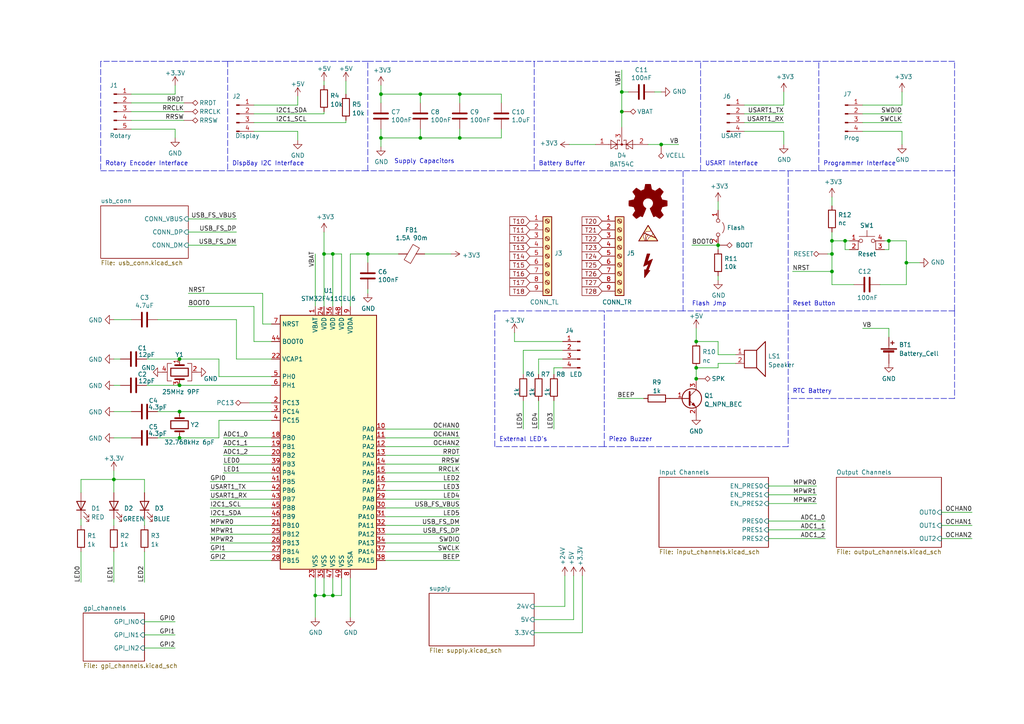
<source format=kicad_sch>
(kicad_sch (version 20211123) (generator eeschema)

  (uuid 949f679f-c6a9-4c5c-99c7-644ace536315)

  (paper "A4")

  (title_block
    (title "FloatPUMP Schematics")
    (date "2022-11-11")
    (rev "1.0")
    (company "robtor.de")
    (comment 1 "Controller board for up to 3 water pumps")
    (comment 2 "measuring capabilities with piezoresistive pressure sensors")
    (comment 3 "sensor input Range 4mA-20mA")
  )

  

  (junction (at 91.44 172.72) (diameter 0) (color 0 0 0 0)
    (uuid 0c1b88cb-a078-4181-b19e-b5625c47d08a)
  )
  (junction (at 96.52 73.66) (diameter 0) (color 0 0 0 0)
    (uuid 1b60fcfc-a270-4122-b967-c7c9c4b63403)
  )
  (junction (at 191.77 41.91) (diameter 0) (color 0 0 0 0)
    (uuid 1c5a68ea-fed7-43b9-a37a-435ca33d5ec4)
  )
  (junction (at 133.35 27.305) (diameter 0) (color 0 0 0 0)
    (uuid 2753d945-ace6-4480-9faf-9137856303ea)
  )
  (junction (at 121.92 40.005) (diameter 0) (color 0 0 0 0)
    (uuid 39d0e9d0-a702-4c04-bc3c-653ef4f0c50e)
  )
  (junction (at 241.3 73.66) (diameter 0) (color 0 0 0 0)
    (uuid 4cd454dd-343a-4999-b869-a7127a4d9978)
  )
  (junction (at 121.92 27.305) (diameter 0) (color 0 0 0 0)
    (uuid 4f94cfba-8412-4c60-a31b-e6d995934dc1)
  )
  (junction (at 96.52 172.72) (diameter 0) (color 0 0 0 0)
    (uuid 5793e5cf-aaeb-41cc-8318-bb2419c1b81f)
  )
  (junction (at 52.07 127) (diameter 0) (color 0 0 0 0)
    (uuid 5a70c532-5383-43bb-b441-21ca36bd2484)
  )
  (junction (at 110.49 40.005) (diameter 0) (color 0 0 0 0)
    (uuid 6f88fca4-4670-437c-9fd1-4ebd76593daa)
  )
  (junction (at 241.3 78.74) (diameter 0) (color 0 0 0 0)
    (uuid 70750f1a-6a6e-4571-87e8-e96d7814c66f)
  )
  (junction (at 201.93 109.855) (diameter 0) (color 0 0 0 0)
    (uuid 9036384e-eee5-4451-b7e7-87842d0d6fca)
  )
  (junction (at 262.89 76.2) (diameter 0) (color 0 0 0 0)
    (uuid 92a2589f-ae05-42af-aab0-9bfaaa2a73f1)
  )
  (junction (at 133.35 40.005) (diameter 0) (color 0 0 0 0)
    (uuid 9569d29f-17d3-40a7-b073-1b7eb9687b43)
  )
  (junction (at 52.07 104.14) (diameter 0) (color 0 0 0 0)
    (uuid 97bd1d07-8f04-442c-80ac-c95cf3f51efe)
  )
  (junction (at 257.81 69.85) (diameter 0) (color 0 0 0 0)
    (uuid 98714d00-b4b5-4379-b4b4-f6e552ad6c97)
  )
  (junction (at 52.07 119.38) (diameter 0) (color 0 0 0 0)
    (uuid a0900619-a580-41eb-9fbb-5149e9a28aef)
  )
  (junction (at 33.02 139.065) (diameter 0) (color 0 0 0 0)
    (uuid a4b63938-0a30-421e-a83e-07ee3a44f405)
  )
  (junction (at 52.07 111.76) (diameter 0) (color 0 0 0 0)
    (uuid a70dc485-cc49-4e1f-b1ec-eb9c56462344)
  )
  (junction (at 245.11 69.85) (diameter 0) (color 0 0 0 0)
    (uuid a783c51a-082f-4856-8a52-660298184bf2)
  )
  (junction (at 180.34 26.67) (diameter 0) (color 0 0 0 0)
    (uuid bf64b8d9-04f8-4bac-906b-3f89e12e5d32)
  )
  (junction (at 201.93 106.68) (diameter 0) (color 0 0 0 0)
    (uuid d85d001d-db06-423e-99e2-d2c9676bf6eb)
  )
  (junction (at 106.68 73.66) (diameter 0) (color 0 0 0 0)
    (uuid dbb72415-af02-4b41-adad-978e86e84f5e)
  )
  (junction (at 208.28 71.12) (diameter 0) (color 0 0 0 0)
    (uuid dc71b394-38ca-4c3c-a2a5-7ef7a670c49b)
  )
  (junction (at 110.49 27.305) (diameter 0) (color 0 0 0 0)
    (uuid dee204e1-3149-4bb4-b821-dbc11df06a18)
  )
  (junction (at 93.98 73.66) (diameter 0) (color 0 0 0 0)
    (uuid ebee7b2d-9f75-4529-9377-97f671d1e3dc)
  )
  (junction (at 201.93 99.06) (diameter 0) (color 0 0 0 0)
    (uuid ec8c2ca1-97d3-4d7c-af64-6cbbbe597d8b)
  )
  (junction (at 93.98 172.72) (diameter 0) (color 0 0 0 0)
    (uuid ed19ccea-cfd8-433f-8938-ca1dd302430c)
  )
  (junction (at 180.34 32.385) (diameter 0) (color 0 0 0 0)
    (uuid f486435c-c972-42e4-8219-35ab13b3a285)
  )
  (junction (at 241.3 69.85) (diameter 0) (color 0 0 0 0)
    (uuid f93f0caf-de38-451e-8ca0-f8175bc6663c)
  )

  (wire (pts (xy 64.77 129.54) (xy 78.74 129.54))
    (stroke (width 0) (type default) (color 0 0 0 0))
    (uuid 011b2a2a-a574-42b5-999f-7ed9d9776a43)
  )
  (polyline (pts (xy 175.26 129.54) (xy 175.26 90.17))
    (stroke (width 0) (type default) (color 0 0 0 0))
    (uuid 01d42531-06ff-458e-91d1-5b96d3f8b385)
  )

  (wire (pts (xy 182.245 26.67) (xy 180.34 26.67))
    (stroke (width 0) (type default) (color 0 0 0 0))
    (uuid 0228648f-fd85-4f7f-9204-53610241d2b9)
  )
  (wire (pts (xy 38.1 119.38) (xy 33.02 119.38))
    (stroke (width 0) (type default) (color 0 0 0 0))
    (uuid 036a7d28-05ab-4651-ba1c-47fa1d863421)
  )
  (wire (pts (xy 73.66 99.06) (xy 73.66 88.9))
    (stroke (width 0) (type default) (color 0 0 0 0))
    (uuid 03a5e9df-cec7-4991-b6d5-c82d388e8d2e)
  )
  (wire (pts (xy 255.27 82.55) (xy 262.89 82.55))
    (stroke (width 0) (type default) (color 0 0 0 0))
    (uuid 062011a8-2b6e-42bc-aa5b-790abf63d348)
  )
  (wire (pts (xy 99.06 73.66) (xy 96.52 73.66))
    (stroke (width 0) (type default) (color 0 0 0 0))
    (uuid 06a42763-2f97-4419-84a6-ef6ea2a60fb4)
  )
  (wire (pts (xy 121.92 27.305) (xy 121.92 29.845))
    (stroke (width 0) (type default) (color 0 0 0 0))
    (uuid 08d4cfaf-b332-40f7-973c-66684e7a54a3)
  )
  (wire (pts (xy 110.49 27.305) (xy 110.49 29.845))
    (stroke (width 0) (type default) (color 0 0 0 0))
    (uuid 0a637dc5-5627-4329-935c-c4f041de6385)
  )
  (wire (pts (xy 93.98 33.02) (xy 93.98 32.385))
    (stroke (width 0) (type default) (color 0 0 0 0))
    (uuid 0bd2a9c0-96d6-44df-80fd-f97264a8b783)
  )
  (wire (pts (xy 52.07 104.14) (xy 42.545 104.14))
    (stroke (width 0) (type default) (color 0 0 0 0))
    (uuid 0c6fff14-bb97-4dc3-9f20-62bec77994c6)
  )
  (wire (pts (xy 78.74 119.38) (xy 52.07 119.38))
    (stroke (width 0) (type default) (color 0 0 0 0))
    (uuid 0e162795-22a7-4501-b03f-b283bb5650d9)
  )
  (wire (pts (xy 201.93 109.855) (xy 201.93 110.49))
    (stroke (width 0) (type default) (color 0 0 0 0))
    (uuid 0f47fb04-026a-4afa-9bfe-15f03def5d6b)
  )
  (wire (pts (xy 149.225 99.06) (xy 163.195 99.06))
    (stroke (width 0) (type default) (color 0 0 0 0))
    (uuid 126099d8-8b2d-4e87-990f-1fb99894d4b1)
  )
  (polyline (pts (xy 106.68 49.53) (xy 106.68 17.78))
    (stroke (width 0) (type default) (color 0 0 0 0))
    (uuid 14d3863a-1c03-4d48-a032-61ae3a0ad5c1)
  )

  (wire (pts (xy 78.74 132.08) (xy 64.77 132.08))
    (stroke (width 0) (type default) (color 0 0 0 0))
    (uuid 152be6bd-f8d6-47e9-9b6b-09485d01579b)
  )
  (wire (pts (xy 93.98 172.72) (xy 91.44 172.72))
    (stroke (width 0) (type default) (color 0 0 0 0))
    (uuid 16e9575c-a847-468f-810e-95497dadeb97)
  )
  (polyline (pts (xy 228.6 115.57) (xy 228.6 129.54))
    (stroke (width 0) (type default) (color 0 0 0 0))
    (uuid 17487b2e-2390-4106-a427-c6c54336dd3f)
  )
  (polyline (pts (xy 228.6 90.17) (xy 198.12 90.17))
    (stroke (width 0) (type default) (color 0 0 0 0))
    (uuid 191311d6-5bf7-47a9-ae1e-6b521cf3ea32)
  )

  (wire (pts (xy 60.96 149.86) (xy 78.74 149.86))
    (stroke (width 0) (type default) (color 0 0 0 0))
    (uuid 196b514b-b3f6-4344-904e-bca015040e93)
  )
  (wire (pts (xy 106.68 83.82) (xy 106.68 85.09))
    (stroke (width 0) (type default) (color 0 0 0 0))
    (uuid 1a8290e9-c445-4b51-b8b0-45fcbf671219)
  )
  (wire (pts (xy 41.91 142.875) (xy 41.91 139.065))
    (stroke (width 0) (type default) (color 0 0 0 0))
    (uuid 1ad7936f-a45d-43a3-8729-3f6ad34b3bbe)
  )
  (wire (pts (xy 208.28 80.01) (xy 208.28 81.28))
    (stroke (width 0) (type default) (color 0 0 0 0))
    (uuid 1b373a0f-a405-4f7c-be0d-0a515d48b205)
  )
  (wire (pts (xy 111.76 127) (xy 133.35 127))
    (stroke (width 0) (type default) (color 0 0 0 0))
    (uuid 1dc46e87-a953-4f20-a4d4-4ecede78d2eb)
  )
  (wire (pts (xy 111.76 157.48) (xy 133.35 157.48))
    (stroke (width 0) (type default) (color 0 0 0 0))
    (uuid 1dd42d41-b809-42ae-b6a5-91ce0f5409f7)
  )
  (wire (pts (xy 100.33 23.495) (xy 100.33 27.305))
    (stroke (width 0) (type default) (color 0 0 0 0))
    (uuid 1e65348d-0394-491b-9696-4c8b7499f309)
  )
  (wire (pts (xy 215.9 35.56) (xy 227.33 35.56))
    (stroke (width 0) (type default) (color 0 0 0 0))
    (uuid 1f4d482a-d80d-48b4-a443-e0ca391c4f86)
  )
  (wire (pts (xy 241.3 69.85) (xy 241.3 73.66))
    (stroke (width 0) (type default) (color 0 0 0 0))
    (uuid 22a0b2d5-d975-4c12-bf03-7470074fed54)
  )
  (wire (pts (xy 96.52 167.64) (xy 96.52 172.72))
    (stroke (width 0) (type default) (color 0 0 0 0))
    (uuid 22f22dbe-16ed-4088-a875-5700f66d16da)
  )
  (wire (pts (xy 241.3 78.74) (xy 229.87 78.74))
    (stroke (width 0) (type default) (color 0 0 0 0))
    (uuid 2400f930-cf6d-41a8-baef-3048725f3a5b)
  )
  (wire (pts (xy 208.28 99.06) (xy 208.28 102.87))
    (stroke (width 0) (type default) (color 0 0 0 0))
    (uuid 268b38a4-5791-4865-b036-a0203f8e626d)
  )
  (wire (pts (xy 163.195 101.6) (xy 151.765 101.6))
    (stroke (width 0) (type default) (color 0 0 0 0))
    (uuid 27394eba-9cc1-4464-8a20-cc6a5fec851e)
  )
  (wire (pts (xy 133.35 40.005) (xy 145.415 40.005))
    (stroke (width 0) (type default) (color 0 0 0 0))
    (uuid 29120252-d73c-4a5c-b87f-011abc045fcf)
  )
  (wire (pts (xy 38.1 27.305) (xy 50.8 27.305))
    (stroke (width 0) (type default) (color 0 0 0 0))
    (uuid 2a745fcb-09cd-409b-a911-81fd22f368af)
  )
  (wire (pts (xy 41.91 187.96) (xy 50.8 187.96))
    (stroke (width 0) (type default) (color 0 0 0 0))
    (uuid 2abcf069-19de-44b8-a6b8-4d5ee2f7d656)
  )
  (wire (pts (xy 256.54 72.39) (xy 257.81 72.39))
    (stroke (width 0) (type default) (color 0 0 0 0))
    (uuid 2d1e4280-a040-4477-a027-a20dfcfdced1)
  )
  (wire (pts (xy 111.76 160.02) (xy 133.35 160.02))
    (stroke (width 0) (type default) (color 0 0 0 0))
    (uuid 2e15e8aa-7905-4170-bb81-958c9c2c74db)
  )
  (wire (pts (xy 52.07 111.76) (xy 42.545 111.76))
    (stroke (width 0) (type default) (color 0 0 0 0))
    (uuid 2e2ea9dc-2e78-48b2-a918-779655a2f4bb)
  )
  (wire (pts (xy 111.76 147.32) (xy 133.35 147.32))
    (stroke (width 0) (type default) (color 0 0 0 0))
    (uuid 2e4f3627-f43e-4331-8ab0-f5d657fd4ada)
  )
  (polyline (pts (xy 66.04 17.78) (xy 29.21 17.78))
    (stroke (width 0) (type default) (color 0 0 0 0))
    (uuid 2e6a35eb-6636-4c39-9b2b-0859e1c94ec8)
  )
  (polyline (pts (xy 66.04 49.53) (xy 106.68 49.53))
    (stroke (width 0) (type default) (color 0 0 0 0))
    (uuid 3010d011-eabc-4cec-b667-b7b1111e3ea0)
  )

  (wire (pts (xy 250.19 33.02) (xy 261.62 33.02))
    (stroke (width 0) (type default) (color 0 0 0 0))
    (uuid 30260a6a-a0b0-4b42-95c3-26be610ecc3e)
  )
  (wire (pts (xy 156.21 116.205) (xy 156.21 124.46))
    (stroke (width 0) (type default) (color 0 0 0 0))
    (uuid 303ae7a7-4a06-4b35-a5ee-99b6d0ccce36)
  )
  (wire (pts (xy 163.83 167.005) (xy 163.83 175.895))
    (stroke (width 0) (type default) (color 0 0 0 0))
    (uuid 30b3bcd0-0533-46bd-8c9c-4e3d480c6687)
  )
  (wire (pts (xy 33.02 111.76) (xy 34.925 111.76))
    (stroke (width 0) (type default) (color 0 0 0 0))
    (uuid 30c2d75b-0aa4-4c8b-abd3-15a8940150c1)
  )
  (wire (pts (xy 23.495 142.875) (xy 23.495 139.065))
    (stroke (width 0) (type default) (color 0 0 0 0))
    (uuid 30c6d872-e47d-4ced-8e4c-2dd7b663d734)
  )
  (wire (pts (xy 133.35 27.305) (xy 121.92 27.305))
    (stroke (width 0) (type default) (color 0 0 0 0))
    (uuid 31ddafb9-61de-4674-b559-9e8bd04c8807)
  )
  (wire (pts (xy 166.37 167.005) (xy 166.37 179.705))
    (stroke (width 0) (type default) (color 0 0 0 0))
    (uuid 32552d8d-ef82-40d3-aa95-d5b169fab07e)
  )
  (wire (pts (xy 201.93 99.06) (xy 208.28 99.06))
    (stroke (width 0) (type default) (color 0 0 0 0))
    (uuid 32a972fc-0c88-44e2-804d-656cd9a1d817)
  )
  (polyline (pts (xy 154.94 49.53) (xy 106.68 49.53))
    (stroke (width 0) (type default) (color 0 0 0 0))
    (uuid 32b4cc52-0f7d-4657-a812-f0ec32bb962f)
  )

  (wire (pts (xy 133.35 37.465) (xy 133.35 40.005))
    (stroke (width 0) (type default) (color 0 0 0 0))
    (uuid 339df927-10f1-44cb-aa5f-82bfd46240c7)
  )
  (wire (pts (xy 78.74 144.78) (xy 60.96 144.78))
    (stroke (width 0) (type default) (color 0 0 0 0))
    (uuid 35e191e7-0681-4caa-ab56-bca67244817b)
  )
  (polyline (pts (xy 143.51 90.17) (xy 154.94 90.17))
    (stroke (width 0) (type default) (color 0 0 0 0))
    (uuid 361b2945-3ddb-479e-87ba-da3a8981f58f)
  )

  (wire (pts (xy 78.74 139.7) (xy 60.96 139.7))
    (stroke (width 0) (type default) (color 0 0 0 0))
    (uuid 375fb2af-999a-47fb-b314-c5ed0dda8fca)
  )
  (wire (pts (xy 123.19 73.66) (xy 130.81 73.66))
    (stroke (width 0) (type default) (color 0 0 0 0))
    (uuid 398e575e-ffcc-47d3-99bb-d2398359704a)
  )
  (wire (pts (xy 160.655 106.68) (xy 160.655 108.585))
    (stroke (width 0) (type default) (color 0 0 0 0))
    (uuid 3a1fc013-e799-4688-ae20-2bbf502da68b)
  )
  (wire (pts (xy 246.38 72.39) (xy 245.11 72.39))
    (stroke (width 0) (type default) (color 0 0 0 0))
    (uuid 3a2c26a3-70bf-4ff7-a25f-6ff112d26092)
  )
  (wire (pts (xy 250.19 30.48) (xy 261.62 30.48))
    (stroke (width 0) (type default) (color 0 0 0 0))
    (uuid 3a77ad2c-5616-4b44-93df-e454912b8b77)
  )
  (wire (pts (xy 111.76 124.46) (xy 133.35 124.46))
    (stroke (width 0) (type default) (color 0 0 0 0))
    (uuid 3bb1b200-9bd3-4ca2-a3fe-ceac65ba2f22)
  )
  (wire (pts (xy 151.765 116.205) (xy 151.765 124.46))
    (stroke (width 0) (type default) (color 0 0 0 0))
    (uuid 3c68ad2c-9010-4ef7-bedd-f009382cb08f)
  )
  (wire (pts (xy 257.81 69.85) (xy 262.89 69.85))
    (stroke (width 0) (type default) (color 0 0 0 0))
    (uuid 3e13f1dc-d2b3-4f0a-8b6b-f58d1a30c831)
  )
  (wire (pts (xy 250.19 95.25) (xy 257.81 95.25))
    (stroke (width 0) (type default) (color 0 0 0 0))
    (uuid 3eff4e29-2225-4c7e-8279-6d6efa2d67e4)
  )
  (wire (pts (xy 247.65 82.55) (xy 241.3 82.55))
    (stroke (width 0) (type default) (color 0 0 0 0))
    (uuid 3f407738-52f9-487e-96ff-574567b43890)
  )
  (wire (pts (xy 45.72 92.71) (xy 68.58 92.71))
    (stroke (width 0) (type default) (color 0 0 0 0))
    (uuid 400b7b23-e399-48ba-af02-3f8bdfca3c55)
  )
  (wire (pts (xy 111.76 129.54) (xy 133.35 129.54))
    (stroke (width 0) (type default) (color 0 0 0 0))
    (uuid 4015be1a-c6e1-42db-af6f-c161f489ea1f)
  )
  (wire (pts (xy 33.02 160.02) (xy 33.02 168.91))
    (stroke (width 0) (type default) (color 0 0 0 0))
    (uuid 4118162d-0e05-4908-9a1f-c7016575bccb)
  )
  (polyline (pts (xy 29.21 17.78) (xy 29.21 49.53))
    (stroke (width 0) (type default) (color 0 0 0 0))
    (uuid 41b6e1ba-5c99-4fd7-9c65-c4fb07c70188)
  )

  (wire (pts (xy 191.77 41.91) (xy 196.85 41.91))
    (stroke (width 0) (type default) (color 0 0 0 0))
    (uuid 424267dd-6303-4018-aae0-34d62814fcba)
  )
  (wire (pts (xy 99.06 167.64) (xy 99.06 172.72))
    (stroke (width 0) (type default) (color 0 0 0 0))
    (uuid 424d7750-ddcd-4f41-93ea-a6761834f91c)
  )
  (wire (pts (xy 222.885 140.97) (xy 236.855 140.97))
    (stroke (width 0) (type default) (color 0 0 0 0))
    (uuid 438c390e-2817-4262-9bb8-264a62f66854)
  )
  (wire (pts (xy 111.76 137.16) (xy 133.35 137.16))
    (stroke (width 0) (type default) (color 0 0 0 0))
    (uuid 4390a55c-a8f9-4caf-a838-233bb3ce27aa)
  )
  (wire (pts (xy 241.3 73.66) (xy 241.3 78.74))
    (stroke (width 0) (type default) (color 0 0 0 0))
    (uuid 43951137-b2ae-4c0a-b786-c0130baa43cf)
  )
  (wire (pts (xy 68.58 104.14) (xy 78.74 104.14))
    (stroke (width 0) (type default) (color 0 0 0 0))
    (uuid 43c49596-4b82-4ee2-b1be-2aafb6486920)
  )
  (wire (pts (xy 96.52 88.9) (xy 96.52 73.66))
    (stroke (width 0) (type default) (color 0 0 0 0))
    (uuid 4444fd17-a409-4254-92e6-9a69f5880d89)
  )
  (wire (pts (xy 180.34 26.67) (xy 180.34 20.32))
    (stroke (width 0) (type default) (color 0 0 0 0))
    (uuid 44ca684d-985e-45fb-a22b-01e29383cba4)
  )
  (wire (pts (xy 273.05 152.4) (xy 281.94 152.4))
    (stroke (width 0) (type default) (color 0 0 0 0))
    (uuid 44f02c76-ffc0-47e0-9779-2d79a58ff9cf)
  )
  (wire (pts (xy 208.28 58.42) (xy 208.28 60.96))
    (stroke (width 0) (type default) (color 0 0 0 0))
    (uuid 45f77cbe-76c9-4770-945d-6ce9f436791e)
  )
  (polyline (pts (xy 276.86 49.53) (xy 276.86 17.78))
    (stroke (width 0) (type default) (color 0 0 0 0))
    (uuid 4738ad5c-de7a-450c-a864-83a693566efb)
  )
  (polyline (pts (xy 154.94 49.53) (xy 203.2 49.53))
    (stroke (width 0) (type default) (color 0 0 0 0))
    (uuid 4cf2a8ea-f147-45e1-b905-8e01e3488a54)
  )

  (wire (pts (xy 52.07 119.38) (xy 45.72 119.38))
    (stroke (width 0) (type default) (color 0 0 0 0))
    (uuid 4d42688d-59c9-41ed-af68-2d906566e68c)
  )
  (wire (pts (xy 23.495 160.02) (xy 23.495 168.91))
    (stroke (width 0) (type default) (color 0 0 0 0))
    (uuid 4d4de7d2-6a8b-425f-a4ad-2111507b5618)
  )
  (wire (pts (xy 208.28 71.12) (xy 200.66 71.12))
    (stroke (width 0) (type default) (color 0 0 0 0))
    (uuid 4d79ec2b-2fc9-4ba1-b93a-d630912470a0)
  )
  (wire (pts (xy 34.925 104.14) (xy 33.02 104.14))
    (stroke (width 0) (type default) (color 0 0 0 0))
    (uuid 4e0ac502-331a-4340-82b9-dd8d8cee49d0)
  )
  (wire (pts (xy 227.33 38.1) (xy 227.33 41.91))
    (stroke (width 0) (type default) (color 0 0 0 0))
    (uuid 4fddd78f-1b0d-4365-b740-2df7595c3522)
  )
  (wire (pts (xy 156.21 104.14) (xy 156.21 108.585))
    (stroke (width 0) (type default) (color 0 0 0 0))
    (uuid 505d5465-5d3c-4c20-a903-bb9f0614c27d)
  )
  (wire (pts (xy 111.76 142.24) (xy 133.35 142.24))
    (stroke (width 0) (type default) (color 0 0 0 0))
    (uuid 507dbcec-13ef-491c-9e13-750ae5d08786)
  )
  (polyline (pts (xy 175.26 129.54) (xy 143.51 129.54))
    (stroke (width 0) (type default) (color 0 0 0 0))
    (uuid 51bbc616-36a1-464c-9200-0d0c8edfe960)
  )

  (wire (pts (xy 64.77 137.16) (xy 78.74 137.16))
    (stroke (width 0) (type default) (color 0 0 0 0))
    (uuid 51d162f7-2e8a-4bc7-88c1-e6c065d4b161)
  )
  (polyline (pts (xy 106.68 17.78) (xy 154.94 17.78))
    (stroke (width 0) (type default) (color 0 0 0 0))
    (uuid 55438888-edf4-4cf0-83da-f060d3938df2)
  )

  (wire (pts (xy 262.89 69.85) (xy 262.89 76.2))
    (stroke (width 0) (type default) (color 0 0 0 0))
    (uuid 55587dc1-052d-440c-a761-29091bbb6f2b)
  )
  (wire (pts (xy 163.195 106.68) (xy 160.655 106.68))
    (stroke (width 0) (type default) (color 0 0 0 0))
    (uuid 56073852-e094-44c0-abb8-63498ed962c1)
  )
  (wire (pts (xy 222.885 151.13) (xy 239.395 151.13))
    (stroke (width 0) (type default) (color 0 0 0 0))
    (uuid 5651f317-a2b7-4f02-bafd-3ed49b106af9)
  )
  (wire (pts (xy 111.76 134.62) (xy 133.35 134.62))
    (stroke (width 0) (type default) (color 0 0 0 0))
    (uuid 5675cbe2-6193-4193-a086-51fe846aeda2)
  )
  (wire (pts (xy 145.415 37.465) (xy 145.415 40.005))
    (stroke (width 0) (type default) (color 0 0 0 0))
    (uuid 57dab67d-73b5-4fcb-901b-a69051e35364)
  )
  (wire (pts (xy 76.2 93.98) (xy 76.2 85.09))
    (stroke (width 0) (type default) (color 0 0 0 0))
    (uuid 57fd891c-135f-4c54-af0d-9ea73edf736e)
  )
  (wire (pts (xy 227.33 30.48) (xy 227.33 26.67))
    (stroke (width 0) (type default) (color 0 0 0 0))
    (uuid 58170f19-2867-4e92-aef8-b013ab60ff8b)
  )
  (wire (pts (xy 241.3 57.15) (xy 241.3 59.69))
    (stroke (width 0) (type default) (color 0 0 0 0))
    (uuid 58a18d69-fc34-46c3-b57c-2e4d5b6313a2)
  )
  (wire (pts (xy 151.765 101.6) (xy 151.765 108.585))
    (stroke (width 0) (type default) (color 0 0 0 0))
    (uuid 5ab5fc39-d119-4939-b187-6241bdd9350c)
  )
  (polyline (pts (xy 106.68 17.78) (xy 66.04 17.78))
    (stroke (width 0) (type default) (color 0 0 0 0))
    (uuid 5be033f5-9678-4b75-be3b-55853d81c4f8)
  )

  (wire (pts (xy 121.92 27.305) (xy 110.49 27.305))
    (stroke (width 0) (type default) (color 0 0 0 0))
    (uuid 5c2af2de-18cd-439f-b9b8-856093f4e3ac)
  )
  (wire (pts (xy 154.94 183.515) (xy 168.91 183.515))
    (stroke (width 0) (type default) (color 0 0 0 0))
    (uuid 5cb667df-c15a-49bc-9600-d61cf174120a)
  )
  (wire (pts (xy 241.3 78.74) (xy 241.3 82.55))
    (stroke (width 0) (type default) (color 0 0 0 0))
    (uuid 5d9a5990-dcf8-486e-bfb6-30d6c0b34192)
  )
  (wire (pts (xy 63.5 104.14) (xy 52.07 104.14))
    (stroke (width 0) (type default) (color 0 0 0 0))
    (uuid 5e1d9c1f-58d3-41cd-9eb4-fb2ae3a4b10c)
  )
  (wire (pts (xy 215.9 30.48) (xy 227.33 30.48))
    (stroke (width 0) (type default) (color 0 0 0 0))
    (uuid 5e2838cc-acd7-4c51-bc18-f5f97bf524d9)
  )
  (polyline (pts (xy 29.21 49.53) (xy 66.04 49.53))
    (stroke (width 0) (type default) (color 0 0 0 0))
    (uuid 5fe5e54d-1eb6-4f0a-a978-61e0039cfbf1)
  )

  (wire (pts (xy 63.5 109.22) (xy 63.5 104.14))
    (stroke (width 0) (type default) (color 0 0 0 0))
    (uuid 613967c9-6a2a-45ae-bf78-98e4612f5d55)
  )
  (wire (pts (xy 240.03 73.66) (xy 241.3 73.66))
    (stroke (width 0) (type default) (color 0 0 0 0))
    (uuid 6142ef34-97be-4c90-9ca7-e387753b518a)
  )
  (wire (pts (xy 101.6 88.9) (xy 101.6 73.66))
    (stroke (width 0) (type default) (color 0 0 0 0))
    (uuid 618c3501-0e3a-49e5-8b16-1ffee4adee40)
  )
  (wire (pts (xy 222.885 156.21) (xy 239.395 156.21))
    (stroke (width 0) (type default) (color 0 0 0 0))
    (uuid 62b8cb17-877a-45b0-821a-c147661d06ec)
  )
  (wire (pts (xy 241.3 69.85) (xy 245.11 69.85))
    (stroke (width 0) (type default) (color 0 0 0 0))
    (uuid 62d616c4-a645-4785-83f4-e7b9176541bd)
  )
  (wire (pts (xy 262.89 76.2) (xy 266.7 76.2))
    (stroke (width 0) (type default) (color 0 0 0 0))
    (uuid 63c78302-c24d-424c-9283-52ae93200987)
  )
  (wire (pts (xy 63.5 121.92) (xy 63.5 127))
    (stroke (width 0) (type default) (color 0 0 0 0))
    (uuid 65a211f6-d005-41c5-aeb4-31d7e06acfc2)
  )
  (wire (pts (xy 64.77 134.62) (xy 78.74 134.62))
    (stroke (width 0) (type default) (color 0 0 0 0))
    (uuid 68877676-f185-4ce5-994a-3e7cd8c4b619)
  )
  (wire (pts (xy 111.76 152.4) (xy 133.35 152.4))
    (stroke (width 0) (type default) (color 0 0 0 0))
    (uuid 69502565-c8b7-43eb-99e0-3580594b1098)
  )
  (wire (pts (xy 201.93 106.68) (xy 201.93 109.855))
    (stroke (width 0) (type default) (color 0 0 0 0))
    (uuid 69ab2ff6-8d0a-4e41-8e1a-1caf0870f3b7)
  )
  (wire (pts (xy 201.93 95.25) (xy 201.93 99.06))
    (stroke (width 0) (type default) (color 0 0 0 0))
    (uuid 6c7d8008-17da-4be5-b57e-dfb877a7ef32)
  )
  (wire (pts (xy 121.92 37.465) (xy 121.92 40.005))
    (stroke (width 0) (type default) (color 0 0 0 0))
    (uuid 6ce9cb44-7b50-4bf3-98c7-6ca59e7305b2)
  )
  (wire (pts (xy 145.415 29.845) (xy 145.415 27.305))
    (stroke (width 0) (type default) (color 0 0 0 0))
    (uuid 6dd36aa5-6a60-4752-8a21-1772effb9f07)
  )
  (polyline (pts (xy 276.86 17.78) (xy 237.49 17.78))
    (stroke (width 0) (type default) (color 0 0 0 0))
    (uuid 6fd2b7a8-9e41-4aa1-88b4-f9ee307d1b4b)
  )

  (wire (pts (xy 78.74 111.76) (xy 52.07 111.76))
    (stroke (width 0) (type default) (color 0 0 0 0))
    (uuid 715db6a8-aaa0-46b4-addd-972ee71b75dc)
  )
  (wire (pts (xy 110.49 37.465) (xy 110.49 40.005))
    (stroke (width 0) (type default) (color 0 0 0 0))
    (uuid 71b00c47-caef-48f6-91be-7f1855a1e2c0)
  )
  (wire (pts (xy 111.76 132.08) (xy 133.35 132.08))
    (stroke (width 0) (type default) (color 0 0 0 0))
    (uuid 72cc00e4-7e53-46d8-858f-e435f5b37f05)
  )
  (wire (pts (xy 201.93 106.68) (xy 208.28 106.68))
    (stroke (width 0) (type default) (color 0 0 0 0))
    (uuid 743fef08-4881-4afb-adde-ee5bd2198117)
  )
  (wire (pts (xy 241.3 67.31) (xy 241.3 69.85))
    (stroke (width 0) (type default) (color 0 0 0 0))
    (uuid 748c549b-7c57-462b-9f39-c28eb0045225)
  )
  (wire (pts (xy 215.9 38.1) (xy 227.33 38.1))
    (stroke (width 0) (type default) (color 0 0 0 0))
    (uuid 74d4a3c7-cc41-4e0e-b616-9fc3c358b2ae)
  )
  (wire (pts (xy 121.92 40.005) (xy 110.49 40.005))
    (stroke (width 0) (type default) (color 0 0 0 0))
    (uuid 752a7bdc-59a7-4a9e-ae9b-a35465dc8e0c)
  )
  (wire (pts (xy 93.98 88.9) (xy 93.98 73.66))
    (stroke (width 0) (type default) (color 0 0 0 0))
    (uuid 75594c3c-e55b-4454-809c-0a72aa43af83)
  )
  (wire (pts (xy 222.885 153.67) (xy 239.395 153.67))
    (stroke (width 0) (type default) (color 0 0 0 0))
    (uuid 769aead0-25d0-4594-84cb-d6b74ceb8cd8)
  )
  (wire (pts (xy 23.495 139.065) (xy 33.02 139.065))
    (stroke (width 0) (type default) (color 0 0 0 0))
    (uuid 78ce4bcf-16dc-4d77-99b5-ce1b3e6d1d63)
  )
  (wire (pts (xy 261.62 30.48) (xy 261.62 26.67))
    (stroke (width 0) (type default) (color 0 0 0 0))
    (uuid 78f1b9a8-ca0e-4e8c-91b8-a46bcfebec64)
  )
  (wire (pts (xy 73.66 88.9) (xy 54.61 88.9))
    (stroke (width 0) (type default) (color 0 0 0 0))
    (uuid 7c20a18a-318c-4e79-afcf-a3e87eb69a53)
  )
  (wire (pts (xy 99.06 172.72) (xy 96.52 172.72))
    (stroke (width 0) (type default) (color 0 0 0 0))
    (uuid 7ee436ac-423d-4d29-90ad-39fdc300fae0)
  )
  (wire (pts (xy 68.58 92.71) (xy 68.58 104.14))
    (stroke (width 0) (type default) (color 0 0 0 0))
    (uuid 837370a5-1290-49d7-96e4-d4c2412ac873)
  )
  (wire (pts (xy 96.52 172.72) (xy 93.98 172.72))
    (stroke (width 0) (type default) (color 0 0 0 0))
    (uuid 84a2320f-8ad9-4501-8628-7ca6e418f956)
  )
  (wire (pts (xy 179.07 115.57) (xy 186.69 115.57))
    (stroke (width 0) (type default) (color 0 0 0 0))
    (uuid 87cf9f49-2322-4621-91eb-11035c4cedf8)
  )
  (wire (pts (xy 72.39 116.84) (xy 78.74 116.84))
    (stroke (width 0) (type default) (color 0 0 0 0))
    (uuid 88123869-4c37-45f5-b8c1-72149ea8f4ba)
  )
  (wire (pts (xy 133.35 40.005) (xy 121.92 40.005))
    (stroke (width 0) (type default) (color 0 0 0 0))
    (uuid 88c7d4ef-4a81-4ff0-8236-354227632382)
  )
  (wire (pts (xy 160.655 116.205) (xy 160.655 124.46))
    (stroke (width 0) (type default) (color 0 0 0 0))
    (uuid 8afd873f-9a06-4b39-ab04-49f0059f061b)
  )
  (wire (pts (xy 41.91 184.15) (xy 50.8 184.15))
    (stroke (width 0) (type default) (color 0 0 0 0))
    (uuid 8b4e071f-9509-4780-a465-03d34bc67608)
  )
  (wire (pts (xy 78.74 109.22) (xy 63.5 109.22))
    (stroke (width 0) (type default) (color 0 0 0 0))
    (uuid 8b558919-c46d-47f8-bf42-0c0ee86f63f0)
  )
  (wire (pts (xy 111.76 139.7) (xy 133.35 139.7))
    (stroke (width 0) (type default) (color 0 0 0 0))
    (uuid 8bf90929-6d2d-4a79-b1a1-138fa542533a)
  )
  (polyline (pts (xy 154.94 17.78) (xy 154.94 49.53))
    (stroke (width 0) (type default) (color 0 0 0 0))
    (uuid 8d77d4ce-5809-4e16-9db8-9d8672ed5276)
  )

  (wire (pts (xy 73.66 38.1) (xy 86.36 38.1))
    (stroke (width 0) (type default) (color 0 0 0 0))
    (uuid 8d858d92-08ba-438f-a480-02393eb30c20)
  )
  (wire (pts (xy 245.11 72.39) (xy 245.11 69.85))
    (stroke (width 0) (type default) (color 0 0 0 0))
    (uuid 8e9c4a43-8462-408b-bdf7-8c2daf48a9a0)
  )
  (polyline (pts (xy 237.49 17.78) (xy 203.2 17.78))
    (stroke (width 0) (type default) (color 0 0 0 0))
    (uuid 8f2ebcdd-5322-432c-8de8-6f6fa3726577)
  )

  (wire (pts (xy 86.36 38.1) (xy 86.36 40.64))
    (stroke (width 0) (type default) (color 0 0 0 0))
    (uuid 8f733a2c-4b86-4934-a2e4-283803e72b72)
  )
  (wire (pts (xy 91.44 172.72) (xy 91.44 167.64))
    (stroke (width 0) (type default) (color 0 0 0 0))
    (uuid 911ef457-a362-4278-aeb0-e20b4bb95f57)
  )
  (wire (pts (xy 154.94 179.705) (xy 166.37 179.705))
    (stroke (width 0) (type default) (color 0 0 0 0))
    (uuid 913d6165-3eac-4e31-bdf3-24543d6b7c16)
  )
  (wire (pts (xy 76.2 85.09) (xy 54.61 85.09))
    (stroke (width 0) (type default) (color 0 0 0 0))
    (uuid 91e5eec5-ba86-4de8-8306-b82359e84f0b)
  )
  (wire (pts (xy 111.76 149.86) (xy 133.35 149.86))
    (stroke (width 0) (type default) (color 0 0 0 0))
    (uuid 93be490e-4a1a-433c-b296-e5201b30adb1)
  )
  (polyline (pts (xy 237.49 49.53) (xy 237.49 17.78))
    (stroke (width 0) (type default) (color 0 0 0 0))
    (uuid 95462dda-11ce-48d0-b7d6-002ca6ca715a)
  )

  (wire (pts (xy 78.74 154.94) (xy 60.96 154.94))
    (stroke (width 0) (type default) (color 0 0 0 0))
    (uuid 95c0b30a-014d-4809-9e39-76cfd21137e8)
  )
  (wire (pts (xy 38.1 32.385) (xy 53.34 32.385))
    (stroke (width 0) (type default) (color 0 0 0 0))
    (uuid 95d61b58-2fd5-43ab-bfd4-cc233f0800db)
  )
  (wire (pts (xy 273.05 156.21) (xy 281.94 156.21))
    (stroke (width 0) (type default) (color 0 0 0 0))
    (uuid 95fa23fd-11b6-43e1-a7ba-9d9bca32c40b)
  )
  (wire (pts (xy 38.1 92.71) (xy 33.02 92.71))
    (stroke (width 0) (type default) (color 0 0 0 0))
    (uuid 964c3381-2dfe-4f42-9493-7645015217dd)
  )
  (wire (pts (xy 33.02 127) (xy 38.1 127))
    (stroke (width 0) (type default) (color 0 0 0 0))
    (uuid 98d42198-ed3b-4bf0-8e91-cbf5646f19a6)
  )
  (wire (pts (xy 93.98 73.66) (xy 93.98 67.31))
    (stroke (width 0) (type default) (color 0 0 0 0))
    (uuid 990602b7-cde7-45dc-92b8-b9c7bf4dd7ac)
  )
  (wire (pts (xy 93.98 167.64) (xy 93.98 172.72))
    (stroke (width 0) (type default) (color 0 0 0 0))
    (uuid 99979f31-c85d-4c90-81ff-676e69fef161)
  )
  (wire (pts (xy 86.36 27.94) (xy 86.36 30.48))
    (stroke (width 0) (type default) (color 0 0 0 0))
    (uuid 9a8e5ffa-9aed-471c-a8e6-a636cf083f34)
  )
  (wire (pts (xy 106.68 76.2) (xy 106.68 73.66))
    (stroke (width 0) (type default) (color 0 0 0 0))
    (uuid 9b08aa48-fde9-4f0c-abdd-7ab3f00ef3e0)
  )
  (wire (pts (xy 149.225 96.52) (xy 149.225 99.06))
    (stroke (width 0) (type default) (color 0 0 0 0))
    (uuid 9b20bafc-d645-4d67-9a2c-e2d16646bed8)
  )
  (wire (pts (xy 78.74 162.56) (xy 60.96 162.56))
    (stroke (width 0) (type default) (color 0 0 0 0))
    (uuid 9b37b30a-3649-4363-8875-f3fb5ec17e65)
  )
  (wire (pts (xy 215.9 33.02) (xy 227.33 33.02))
    (stroke (width 0) (type default) (color 0 0 0 0))
    (uuid 9c1e6565-7a7a-4067-bbd0-872c0268b742)
  )
  (wire (pts (xy 163.195 104.14) (xy 156.21 104.14))
    (stroke (width 0) (type default) (color 0 0 0 0))
    (uuid 9cc9d3c8-ba88-40da-9425-3b87aa46e513)
  )
  (wire (pts (xy 133.35 29.845) (xy 133.35 27.305))
    (stroke (width 0) (type default) (color 0 0 0 0))
    (uuid 9d5e6a18-8b3a-47d4-b855-1b2ca215c734)
  )
  (polyline (pts (xy 198.12 90.17) (xy 198.12 49.53))
    (stroke (width 0) (type default) (color 0 0 0 0))
    (uuid 9ecc751b-0606-4a8f-9372-63a5cb28ad4e)
  )

  (wire (pts (xy 262.89 76.2) (xy 262.89 82.55))
    (stroke (width 0) (type default) (color 0 0 0 0))
    (uuid a05ced30-092c-475f-857c-28f2ada8a95d)
  )
  (polyline (pts (xy 276.86 49.53) (xy 276.86 90.17))
    (stroke (width 0) (type default) (color 0 0 0 0))
    (uuid a0735468-fe8c-4d1d-8469-a88cd0829ac1)
  )

  (wire (pts (xy 54.61 71.12) (xy 68.58 71.12))
    (stroke (width 0) (type default) (color 0 0 0 0))
    (uuid a2a8943b-bcd6-4326-88ce-86d550232544)
  )
  (wire (pts (xy 257.81 72.39) (xy 257.81 69.85))
    (stroke (width 0) (type default) (color 0 0 0 0))
    (uuid a39ab296-84d3-4532-bfd3-0d85d70b622d)
  )
  (wire (pts (xy 180.34 32.385) (xy 180.34 36.83))
    (stroke (width 0) (type default) (color 0 0 0 0))
    (uuid a6b1970e-7fb2-4104-ae0a-e27cd049864d)
  )
  (wire (pts (xy 78.74 93.98) (xy 76.2 93.98))
    (stroke (width 0) (type default) (color 0 0 0 0))
    (uuid a89c8429-59bb-42fc-bc75-babaaeef03d9)
  )
  (wire (pts (xy 257.81 97.79) (xy 257.81 95.25))
    (stroke (width 0) (type default) (color 0 0 0 0))
    (uuid a9a9a4b6-8a0f-441d-b901-b6be940df615)
  )
  (wire (pts (xy 73.66 30.48) (xy 86.36 30.48))
    (stroke (width 0) (type default) (color 0 0 0 0))
    (uuid aa3fb47d-c127-41e0-acc4-dce6b0c86d5f)
  )
  (wire (pts (xy 63.5 127) (xy 52.07 127))
    (stroke (width 0) (type default) (color 0 0 0 0))
    (uuid ab6d145b-8b2c-4b78-9fa4-d11fb96ed0e4)
  )
  (wire (pts (xy 50.8 37.465) (xy 50.8 40.005))
    (stroke (width 0) (type default) (color 0 0 0 0))
    (uuid adbff9ca-1914-4369-8ccd-4dec08f28a8e)
  )
  (polyline (pts (xy 228.6 90.17) (xy 228.6 49.53))
    (stroke (width 0) (type default) (color 0 0 0 0))
    (uuid add543ca-adad-4f14-9c6f-90093a2e4561)
  )

  (wire (pts (xy 100.33 35.56) (xy 100.33 34.925))
    (stroke (width 0) (type default) (color 0 0 0 0))
    (uuid ae573e88-cf0e-42aa-83ce-8bd94150ded4)
  )
  (wire (pts (xy 256.54 69.85) (xy 257.81 69.85))
    (stroke (width 0) (type default) (color 0 0 0 0))
    (uuid af6725f5-c846-41f8-b609-4d0d39f7a149)
  )
  (polyline (pts (xy 228.6 115.57) (xy 228.6 90.17))
    (stroke (width 0) (type default) (color 0 0 0 0))
    (uuid b0dad422-ee01-40cf-9bf3-b9abe86989a0)
  )

  (wire (pts (xy 250.19 35.56) (xy 261.62 35.56))
    (stroke (width 0) (type default) (color 0 0 0 0))
    (uuid b12b8d6d-075d-4ebe-8821-613f22e76050)
  )
  (wire (pts (xy 60.96 160.02) (xy 78.74 160.02))
    (stroke (width 0) (type default) (color 0 0 0 0))
    (uuid b27f8d6a-5c79-4388-b709-4ee534ab4242)
  )
  (polyline (pts (xy 198.12 90.17) (xy 154.94 90.17))
    (stroke (width 0) (type default) (color 0 0 0 0))
    (uuid b401eecd-f8bd-4e64-8d28-37b75cfe8ca1)
  )
  (polyline (pts (xy 276.86 90.17) (xy 228.6 90.17))
    (stroke (width 0) (type default) (color 0 0 0 0))
    (uuid b6056db1-1452-4b70-b01d-a7ba36c5259e)
  )

  (wire (pts (xy 111.76 154.94) (xy 133.35 154.94))
    (stroke (width 0) (type default) (color 0 0 0 0))
    (uuid b7bf21d8-635b-4ba8-931a-f395d90500b3)
  )
  (polyline (pts (xy 66.04 17.78) (xy 66.04 49.53))
    (stroke (width 0) (type default) (color 0 0 0 0))
    (uuid b8414c94-63de-4156-a96e-3fc44e986736)
  )
  (polyline (pts (xy 228.6 129.54) (xy 175.26 129.54))
    (stroke (width 0) (type default) (color 0 0 0 0))
    (uuid b94aeef8-cd3f-4340-9ae1-82d3bb739012)
  )

  (wire (pts (xy 91.44 88.9) (xy 91.44 73.66))
    (stroke (width 0) (type default) (color 0 0 0 0))
    (uuid bb1bb570-2a1a-4394-a465-3e3f93b04bc3)
  )
  (wire (pts (xy 96.52 73.66) (xy 93.98 73.66))
    (stroke (width 0) (type default) (color 0 0 0 0))
    (uuid bc1861f3-bc7f-47c2-9f68-a672fe4e27e5)
  )
  (wire (pts (xy 41.91 150.495) (xy 41.91 152.4))
    (stroke (width 0) (type default) (color 0 0 0 0))
    (uuid bc1cd474-ad2d-4d09-84b6-2427b03dddd2)
  )
  (wire (pts (xy 250.19 38.1) (xy 261.62 38.1))
    (stroke (width 0) (type default) (color 0 0 0 0))
    (uuid bc47ce52-222c-47cd-ad64-1775f2c90d97)
  )
  (wire (pts (xy 110.49 27.305) (xy 110.49 24.765))
    (stroke (width 0) (type default) (color 0 0 0 0))
    (uuid bc776d57-ec50-4332-bcea-30cfae22cb9c)
  )
  (wire (pts (xy 99.06 88.9) (xy 99.06 73.66))
    (stroke (width 0) (type default) (color 0 0 0 0))
    (uuid bcb24732-4854-4f1c-8c63-7ed38b9499fe)
  )
  (wire (pts (xy 208.28 72.39) (xy 208.28 71.12))
    (stroke (width 0) (type default) (color 0 0 0 0))
    (uuid bf9c2abc-32bf-4026-9f6c-082d75f3024c)
  )
  (wire (pts (xy 154.94 175.895) (xy 163.83 175.895))
    (stroke (width 0) (type default) (color 0 0 0 0))
    (uuid bfa97bf5-7863-4ed9-8920-8cc9e7ac15e8)
  )
  (wire (pts (xy 110.49 40.005) (xy 110.49 42.545))
    (stroke (width 0) (type default) (color 0 0 0 0))
    (uuid c138df99-414c-43c1-acb2-f07d1bf70c11)
  )
  (polyline (pts (xy 203.2 49.53) (xy 237.49 49.53))
    (stroke (width 0) (type default) (color 0 0 0 0))
    (uuid c6af4135-16c4-4238-ad8c-249231c54888)
  )

  (wire (pts (xy 111.76 162.56) (xy 133.35 162.56))
    (stroke (width 0) (type default) (color 0 0 0 0))
    (uuid c711a49a-c2e7-4fe7-a5e9-375f5e64d2bc)
  )
  (wire (pts (xy 38.1 37.465) (xy 50.8 37.465))
    (stroke (width 0) (type default) (color 0 0 0 0))
    (uuid c80e5648-60ca-4a95-816c-f49b2f0a5777)
  )
  (wire (pts (xy 93.98 23.495) (xy 93.98 24.765))
    (stroke (width 0) (type default) (color 0 0 0 0))
    (uuid c84aefb8-9f08-4261-8cba-cacf291e197d)
  )
  (wire (pts (xy 261.62 38.1) (xy 261.62 41.91))
    (stroke (width 0) (type default) (color 0 0 0 0))
    (uuid cb14be23-ab98-48c6-9abc-b932f63964a4)
  )
  (wire (pts (xy 60.96 142.24) (xy 78.74 142.24))
    (stroke (width 0) (type default) (color 0 0 0 0))
    (uuid cb7bc55a-2323-48ce-92b6-125d73a762b3)
  )
  (wire (pts (xy 245.11 69.85) (xy 246.38 69.85))
    (stroke (width 0) (type default) (color 0 0 0 0))
    (uuid cc93f1d6-860e-443d-aa02-aa2032dcb0dc)
  )
  (wire (pts (xy 91.44 172.72) (xy 91.44 179.07))
    (stroke (width 0) (type default) (color 0 0 0 0))
    (uuid ccc4c377-89ee-44c7-a202-6503eff25fe6)
  )
  (wire (pts (xy 78.74 121.92) (xy 63.5 121.92))
    (stroke (width 0) (type default) (color 0 0 0 0))
    (uuid ce45bb24-479d-4683-aa67-755497195e70)
  )
  (wire (pts (xy 78.74 99.06) (xy 73.66 99.06))
    (stroke (width 0) (type default) (color 0 0 0 0))
    (uuid ce5a1aac-236e-4abf-b1fe-601a38c49f71)
  )
  (wire (pts (xy 222.885 143.51) (xy 236.855 143.51))
    (stroke (width 0) (type default) (color 0 0 0 0))
    (uuid cea0e747-bc0d-4ecc-afdd-051936aac5b3)
  )
  (wire (pts (xy 78.74 127) (xy 64.77 127))
    (stroke (width 0) (type default) (color 0 0 0 0))
    (uuid d0ce3aee-e805-4c59-8762-90f34d751749)
  )
  (wire (pts (xy 33.02 139.065) (xy 33.02 142.875))
    (stroke (width 0) (type default) (color 0 0 0 0))
    (uuid d173243c-9836-4450-b9b9-8164a87447dc)
  )
  (polyline (pts (xy 203.2 17.78) (xy 154.94 17.78))
    (stroke (width 0) (type default) (color 0 0 0 0))
    (uuid d2df2db7-6b1d-41f5-82f6-b44efdb2263a)
  )
  (polyline (pts (xy 276.86 90.17) (xy 276.86 115.57))
    (stroke (width 0) (type default) (color 0 0 0 0))
    (uuid d3ccf262-928e-4d3c-b7fb-10f0fd24e90c)
  )

  (wire (pts (xy 187.96 41.91) (xy 191.77 41.91))
    (stroke (width 0) (type default) (color 0 0 0 0))
    (uuid d59d8e3b-ab91-4e44-a48e-fcab5114ba4b)
  )
  (wire (pts (xy 191.77 26.67) (xy 189.865 26.67))
    (stroke (width 0) (type default) (color 0 0 0 0))
    (uuid d6056601-590e-40a7-8ff6-31fe6146d5f2)
  )
  (wire (pts (xy 106.68 73.66) (xy 115.57 73.66))
    (stroke (width 0) (type default) (color 0 0 0 0))
    (uuid d6810000-b98f-4103-8b13-717f8558ec4e)
  )
  (wire (pts (xy 73.66 33.02) (xy 93.98 33.02))
    (stroke (width 0) (type default) (color 0 0 0 0))
    (uuid d6d2b2a7-d8a5-420f-a284-8759beb962c6)
  )
  (wire (pts (xy 41.91 180.34) (xy 50.8 180.34))
    (stroke (width 0) (type default) (color 0 0 0 0))
    (uuid d7be70c0-432e-4886-8aed-aaaf7b3d6873)
  )
  (wire (pts (xy 50.8 24.765) (xy 50.8 27.305))
    (stroke (width 0) (type default) (color 0 0 0 0))
    (uuid dcff3f94-f6a1-46ab-808f-ff344af909cf)
  )
  (wire (pts (xy 168.91 167.005) (xy 168.91 183.515))
    (stroke (width 0) (type default) (color 0 0 0 0))
    (uuid decffccb-3910-4a00-b471-9086ac1afabe)
  )
  (wire (pts (xy 111.76 144.78) (xy 133.35 144.78))
    (stroke (width 0) (type default) (color 0 0 0 0))
    (uuid dfa0739b-211d-4ea0-b2c6-5d073248355d)
  )
  (wire (pts (xy 78.74 157.48) (xy 60.96 157.48))
    (stroke (width 0) (type default) (color 0 0 0 0))
    (uuid dfed6e74-55ff-41a0-a5be-13947b0d0f22)
  )
  (wire (pts (xy 208.28 105.41) (xy 208.28 106.68))
    (stroke (width 0) (type default) (color 0 0 0 0))
    (uuid e285b06c-3055-4c27-9657-454e5eee412a)
  )
  (wire (pts (xy 38.1 29.845) (xy 53.34 29.845))
    (stroke (width 0) (type default) (color 0 0 0 0))
    (uuid e63bea54-8882-4449-827e-26ac8b2b34b1)
  )
  (wire (pts (xy 33.02 139.065) (xy 41.91 139.065))
    (stroke (width 0) (type default) (color 0 0 0 0))
    (uuid e73a6660-d48a-4e68-81c8-476273629ae8)
  )
  (polyline (pts (xy 143.51 129.54) (xy 143.51 90.17))
    (stroke (width 0) (type default) (color 0 0 0 0))
    (uuid e86f5740-aff8-4cde-80e3-0698a60149a9)
  )

  (wire (pts (xy 73.66 35.56) (xy 100.33 35.56))
    (stroke (width 0) (type default) (color 0 0 0 0))
    (uuid e89fb6a3-31fd-4862-ac4f-9b5b7beccc8e)
  )
  (wire (pts (xy 52.07 127) (xy 45.72 127))
    (stroke (width 0) (type default) (color 0 0 0 0))
    (uuid e90c6fab-6929-4bd3-a2c8-c327741c2207)
  )
  (wire (pts (xy 54.61 63.5) (xy 68.58 63.5))
    (stroke (width 0) (type default) (color 0 0 0 0))
    (uuid e95ae691-6553-4ec9-9bfb-ec7e231ba2ff)
  )
  (wire (pts (xy 33.02 136.525) (xy 33.02 139.065))
    (stroke (width 0) (type default) (color 0 0 0 0))
    (uuid ea1bf3bb-617d-4685-ac7d-38426d0a3177)
  )
  (wire (pts (xy 213.36 105.41) (xy 208.28 105.41))
    (stroke (width 0) (type default) (color 0 0 0 0))
    (uuid eb61c2d7-7968-485e-9d23-94f9df4543ec)
  )
  (wire (pts (xy 41.91 160.02) (xy 41.91 168.91))
    (stroke (width 0) (type default) (color 0 0 0 0))
    (uuid ec5aefdf-0a0a-4e5e-a358-8d55d652d7d9)
  )
  (wire (pts (xy 133.35 27.305) (xy 145.415 27.305))
    (stroke (width 0) (type default) (color 0 0 0 0))
    (uuid eda5650f-4123-47f7-a571-b4cf417c532d)
  )
  (polyline (pts (xy 203.2 49.53) (xy 203.2 17.78))
    (stroke (width 0) (type default) (color 0 0 0 0))
    (uuid ee664fba-5e11-49e9-b568-bf569641899a)
  )

  (wire (pts (xy 273.05 148.59) (xy 281.94 148.59))
    (stroke (width 0) (type default) (color 0 0 0 0))
    (uuid eed5dbbe-9362-46fd-9ec9-8df3ea84b9d9)
  )
  (wire (pts (xy 54.61 67.31) (xy 68.58 67.31))
    (stroke (width 0) (type default) (color 0 0 0 0))
    (uuid efff8124-bdab-4cd3-8181-faad1eb27e4f)
  )
  (wire (pts (xy 101.6 167.64) (xy 101.6 179.07))
    (stroke (width 0) (type default) (color 0 0 0 0))
    (uuid f0332d1f-1208-4b12-a62f-9d973be4942a)
  )
  (wire (pts (xy 208.28 102.87) (xy 213.36 102.87))
    (stroke (width 0) (type default) (color 0 0 0 0))
    (uuid f1c037e2-4968-4b91-93d7-5af5fa892692)
  )
  (wire (pts (xy 165.1 41.91) (xy 172.72 41.91))
    (stroke (width 0) (type default) (color 0 0 0 0))
    (uuid f51f9441-4a22-42ba-84ab-b9f70e0bb738)
  )
  (wire (pts (xy 38.1 34.925) (xy 53.34 34.925))
    (stroke (width 0) (type default) (color 0 0 0 0))
    (uuid f6d7768b-349b-4d15-860f-03353a92b09a)
  )
  (wire (pts (xy 23.495 150.495) (xy 23.495 152.4))
    (stroke (width 0) (type default) (color 0 0 0 0))
    (uuid fc22b293-6cee-449d-b5a4-753d9e7bd70e)
  )
  (wire (pts (xy 60.96 147.32) (xy 78.74 147.32))
    (stroke (width 0) (type default) (color 0 0 0 0))
    (uuid fd279f4a-6103-49ab-9aca-9c752647cb31)
  )
  (polyline (pts (xy 276.86 115.57) (xy 228.6 115.57))
    (stroke (width 0) (type default) (color 0 0 0 0))
    (uuid fd2c4dfc-6ee1-4379-9c1d-4105297e3b22)
  )

  (wire (pts (xy 101.6 73.66) (xy 106.68 73.66))
    (stroke (width 0) (type default) (color 0 0 0 0))
    (uuid fd5f488f-02dc-45e3-81dd-6ecd42735c1e)
  )
  (wire (pts (xy 180.34 26.67) (xy 180.34 32.385))
    (stroke (width 0) (type default) (color 0 0 0 0))
    (uuid fdadcd65-f9cd-4782-864d-73f050b8fdc6)
  )
  (wire (pts (xy 78.74 152.4) (xy 60.96 152.4))
    (stroke (width 0) (type default) (color 0 0 0 0))
    (uuid fe800396-56f0-4157-b178-12820e8e71f6)
  )
  (polyline (pts (xy 237.49 49.53) (xy 276.86 49.53))
    (stroke (width 0) (type default) (color 0 0 0 0))
    (uuid ff13df63-79e7-456b-ba33-c7b42181baf1)
  )

  (wire (pts (xy 33.02 150.495) (xy 33.02 152.4))
    (stroke (width 0) (type default) (color 0 0 0 0))
    (uuid ff5f55d8-385c-483e-824c-68c831f6b346)
  )
  (wire (pts (xy 222.885 146.05) (xy 236.855 146.05))
    (stroke (width 0) (type default) (color 0 0 0 0))
    (uuid ffdd8df0-24b8-4804-8c68-0e63bb417a68)
  )

  (text "External LED's" (at 144.78 128.27 0)
    (effects (font (size 1.27 1.27)) (justify left bottom))
    (uuid 017a1a46-f72b-4996-b512-4b634480c4a5)
  )
  (text "RTC Battery" (at 229.87 114.3 0)
    (effects (font (size 1.27 1.27)) (justify left bottom))
    (uuid 0b5885e5-3847-4f5e-80a6-a1d39a0aefd0)
  )
  (text "Dispöay I2C Interface" (at 67.31 48.26 0)
    (effects (font (size 1.27 1.27)) (justify left bottom))
    (uuid 0defbe19-7b19-4a49-8972-10bbc764b5a7)
  )
  (text "Supply Capacitors" (at 114.3 47.625 0)
    (effects (font (size 1.27 1.27)) (justify left bottom))
    (uuid 3e1ba6f1-d940-410a-bd1f-10d2af9a24ae)
  )
  (text "Programmer Interface" (at 238.76 48.26 0)
    (effects (font (size 1.27 1.27)) (justify left bottom))
    (uuid 587138c9-702c-4a25-839b-028ab8a02ae7)
  )
  (text "USART Interface" (at 204.47 48.26 0)
    (effects (font (size 1.27 1.27)) (justify left bottom))
    (uuid 809952c8-24e7-4ea8-bfc0-946fbf63093b)
  )
  (text "Flash Jmp" (at 200.66 88.9 0)
    (effects (font (size 1.27 1.27)) (justify left bottom))
    (uuid a8f2ac5c-add0-4922-966b-0f44cf18ed75)
  )
  (text "Piezo Buzzer" (at 176.53 128.27 0)
    (effects (font (size 1.27 1.27)) (justify left bottom))
    (uuid b94cb03a-bc8a-45e6-aadf-06e0fbd0235f)
  )
  (text "Reset Button" (at 229.87 88.9 0)
    (effects (font (size 1.27 1.27)) (justify left bottom))
    (uuid ce6d8115-7823-4fa9-9e76-4a170d34e0ba)
  )
  (text "Rotary Encoder Interface" (at 30.48 48.26 0)
    (effects (font (size 1.27 1.27)) (justify left bottom))
    (uuid ea567204-ac80-4545-984d-6fca6cd2b7ef)
  )
  (text "Battery Buffer" (at 156.21 48.26 0)
    (effects (font (size 1.27 1.27)) (justify left bottom))
    (uuid eb47dc04-05eb-48cf-ad53-7f358086fc3c)
  )

  (label "ADC1_2" (at 64.77 132.08 0)
    (effects (font (size 1.27 1.27)) (justify left bottom))
    (uuid 01f26101-14e0-49d7-b864-83154aa0392b)
  )
  (label "VB" (at 196.85 41.91 180)
    (effects (font (size 1.27 1.27)) (justify right bottom))
    (uuid 0ad54205-cd37-4326-af0f-448de1ac90d3)
  )
  (label "SWDIO" (at 261.62 33.02 180)
    (effects (font (size 1.27 1.27)) (justify right bottom))
    (uuid 0bafb6c3-29f6-4468-b990-40848bf1ed32)
  )
  (label "NRST" (at 229.87 78.74 0)
    (effects (font (size 1.27 1.27)) (justify left bottom))
    (uuid 0bf3de27-6c87-4257-bdac-61101f34f880)
  )
  (label "I2C1_SCL" (at 80.01 35.56 0)
    (effects (font (size 1.27 1.27)) (justify left bottom))
    (uuid 0bf53b7e-bec3-4f28-b622-5e594121350e)
  )
  (label "LED1" (at 33.02 168.91 90)
    (effects (font (size 1.27 1.27)) (justify left bottom))
    (uuid 0bfc7775-35ea-4265-98df-93644976ab20)
  )
  (label "RRDT" (at 53.34 29.845 180)
    (effects (font (size 1.27 1.27)) (justify right bottom))
    (uuid 0d8cceb6-90fb-424d-ba7e-7e1ec0606a2e)
  )
  (label "GPI1" (at 50.8 184.15 180)
    (effects (font (size 1.27 1.27)) (justify right bottom))
    (uuid 0ef8f704-3780-400d-a7e0-b4d07c8fe5cd)
  )
  (label "USART1_RX" (at 60.96 144.78 0)
    (effects (font (size 1.27 1.27)) (justify left bottom))
    (uuid 10a22105-b5e5-4d0e-baa6-7c8d166cee3a)
  )
  (label "VBAT" (at 91.44 77.47 90)
    (effects (font (size 1.27 1.27)) (justify left bottom))
    (uuid 119583ad-9474-4db5-8169-33e03808748c)
  )
  (label "SWDIO" (at 133.35 157.48 180)
    (effects (font (size 1.27 1.27)) (justify right bottom))
    (uuid 1565bb66-b2a0-44b4-9dd5-e36fa0378a13)
  )
  (label "GPI2" (at 50.8 187.96 180)
    (effects (font (size 1.27 1.27)) (justify right bottom))
    (uuid 1db55f4c-c514-41d4-b660-55ed292fa0ac)
  )
  (label "GPI2" (at 60.96 162.56 0)
    (effects (font (size 1.27 1.27)) (justify left bottom))
    (uuid 24971fe2-a935-44f2-8811-c5172cf816be)
  )
  (label "MPWR2" (at 60.96 157.48 0)
    (effects (font (size 1.27 1.27)) (justify left bottom))
    (uuid 2e9ffb67-bf9e-40ec-a54e-c0611c059ca1)
  )
  (label "LED3" (at 160.655 124.46 90)
    (effects (font (size 1.27 1.27)) (justify left bottom))
    (uuid 307a4f5e-b4d0-44d4-b839-15eeef9c5d49)
  )
  (label "USB_FS_DM" (at 133.35 152.4 180)
    (effects (font (size 1.27 1.27)) (justify right bottom))
    (uuid 324c6e2b-aee1-48fe-8d26-b3f3f55229fb)
  )
  (label "LED5" (at 151.765 124.46 90)
    (effects (font (size 1.27 1.27)) (justify left bottom))
    (uuid 3599f4e8-3fb3-4d84-9723-76b40e926b1e)
  )
  (label "LED4" (at 133.35 144.78 180)
    (effects (font (size 1.27 1.27)) (justify right bottom))
    (uuid 37dc14e2-f05a-4b6d-a204-00d1a64fe143)
  )
  (label "BOOT0" (at 200.66 71.12 0)
    (effects (font (size 1.27 1.27)) (justify left bottom))
    (uuid 3c90c2f6-5699-44ff-a0d7-4f2a6987c670)
  )
  (label "OCHAN2" (at 281.94 156.21 180)
    (effects (font (size 1.27 1.27)) (justify right bottom))
    (uuid 40b7033f-56a8-4a37-af8e-e47dd03d953b)
  )
  (label "SWCLK" (at 133.35 160.02 180)
    (effects (font (size 1.27 1.27)) (justify right bottom))
    (uuid 45d6d53a-fad1-4668-9d88-a1119f0ff15a)
  )
  (label "I2C1_SDA" (at 60.96 149.86 0)
    (effects (font (size 1.27 1.27)) (justify left bottom))
    (uuid 4a6336e7-ef02-466a-b414-91780f3b7064)
  )
  (label "USART1_TX" (at 60.96 142.24 0)
    (effects (font (size 1.27 1.27)) (justify left bottom))
    (uuid 4eff8699-ddbb-47d3-b710-c5845377e1d3)
  )
  (label "RRSW" (at 53.34 34.925 180)
    (effects (font (size 1.27 1.27)) (justify right bottom))
    (uuid 55a4774d-4ea8-49d4-874b-a093480f21f3)
  )
  (label "ADC1_1" (at 239.395 153.67 180)
    (effects (font (size 1.27 1.27)) (justify right bottom))
    (uuid 5c7b727e-1cdf-4ecb-9cf1-48558db33af3)
  )
  (label "I2C1_SCL" (at 60.96 147.32 0)
    (effects (font (size 1.27 1.27)) (justify left bottom))
    (uuid 5d2815c4-905c-48f8-804d-0c55f5785a93)
  )
  (label "LED0" (at 64.77 134.62 0)
    (effects (font (size 1.27 1.27)) (justify left bottom))
    (uuid 5d94ff4e-a986-4051-91de-fe0615c8c5cc)
  )
  (label "OCHAN1" (at 133.35 127 180)
    (effects (font (size 1.27 1.27)) (justify right bottom))
    (uuid 61f67028-00f5-4b0a-be62-aa9dfe927cdb)
  )
  (label "USB_FS_VBUS" (at 68.58 63.5 180)
    (effects (font (size 1.27 1.27)) (justify right bottom))
    (uuid 62ee71f9-523d-446c-aaad-63916388e5b1)
  )
  (label "SWCLK" (at 261.62 35.56 180)
    (effects (font (size 1.27 1.27)) (justify right bottom))
    (uuid 652f4aaa-29c6-49c3-98bc-268b651cc5b1)
  )
  (label "OCHAN2" (at 133.35 129.54 180)
    (effects (font (size 1.27 1.27)) (justify right bottom))
    (uuid 69f66d06-f98c-4cb9-99be-0b785b82bb39)
  )
  (label "USB_FS_DM" (at 68.58 71.12 180)
    (effects (font (size 1.27 1.27)) (justify right bottom))
    (uuid 6bf8fb7f-ec37-44f1-887b-868bea2ade29)
  )
  (label "RRSW" (at 133.35 134.62 180)
    (effects (font (size 1.27 1.27)) (justify right bottom))
    (uuid 6cf470ec-cf60-4857-a654-d4f4e879f44f)
  )
  (label "OCHAN0" (at 281.94 148.59 180)
    (effects (font (size 1.27 1.27)) (justify right bottom))
    (uuid 73377c61-4b88-4a36-977d-e4ec19babf5c)
  )
  (label "ADC1_2" (at 239.395 156.21 180)
    (effects (font (size 1.27 1.27)) (justify right bottom))
    (uuid 73e4fcb3-e436-4e5a-af51-d6bac5d5b249)
  )
  (label "USART1_RX" (at 227.33 35.56 180)
    (effects (font (size 1.27 1.27)) (justify right bottom))
    (uuid 79be2177-45e3-4591-b0e4-9f6611d4d304)
  )
  (label "MPWR2" (at 236.855 146.05 180)
    (effects (font (size 1.27 1.27)) (justify right bottom))
    (uuid 80a392e7-6229-4f28-8661-5e6f382ac66b)
  )
  (label "BEEP" (at 133.35 162.56 180)
    (effects (font (size 1.27 1.27)) (justify right bottom))
    (uuid 817e9fb0-0ae3-4e01-a0ef-945961e19efe)
  )
  (label "NRST" (at 54.61 85.09 0)
    (effects (font (size 1.27 1.27)) (justify left bottom))
    (uuid 83d6e466-b1b3-4852-bb18-1870428418d6)
  )
  (label "GPI0" (at 60.96 139.7 0)
    (effects (font (size 1.27 1.27)) (justify left bottom))
    (uuid 861c066b-24a5-40ad-abdb-81ad01a08c52)
  )
  (label "LED2" (at 41.91 168.91 90)
    (effects (font (size 1.27 1.27)) (justify left bottom))
    (uuid 86e6d591-8084-4a92-a5c2-9af4a530888b)
  )
  (label "RRCLK" (at 133.35 137.16 180)
    (effects (font (size 1.27 1.27)) (justify right bottom))
    (uuid 8c8c59e1-1920-4ac6-8ff7-3c1859ce6103)
  )
  (label "LED3" (at 133.35 142.24 180)
    (effects (font (size 1.27 1.27)) (justify right bottom))
    (uuid 908e257c-25af-4b93-adf9-6e79fad23a9e)
  )
  (label "LED1" (at 64.77 137.16 0)
    (effects (font (size 1.27 1.27)) (justify left bottom))
    (uuid 917cc612-5289-41aa-9bc7-d66a48401312)
  )
  (label "LED0" (at 23.495 168.91 90)
    (effects (font (size 1.27 1.27)) (justify left bottom))
    (uuid 9680f7d3-99b4-42f7-b07c-eb99bd686e6f)
  )
  (label "OCHAN0" (at 133.35 124.46 180)
    (effects (font (size 1.27 1.27)) (justify right bottom))
    (uuid 98dfd6c3-376d-4a5a-8d89-816548ad7dfa)
  )
  (label "GPI1" (at 60.96 160.02 0)
    (effects (font (size 1.27 1.27)) (justify left bottom))
    (uuid 9bac1879-0f10-478b-ae7e-2a30ac69a7e4)
  )
  (label "OCHAN1" (at 281.94 152.4 180)
    (effects (font (size 1.27 1.27)) (justify right bottom))
    (uuid a48cef53-7b65-48d3-8e3e-ba6ef4210794)
  )
  (label "RRCLK" (at 53.34 32.385 180)
    (effects (font (size 1.27 1.27)) (justify right bottom))
    (uuid b58069b1-acff-47e7-ba13-93f0588aca67)
  )
  (label "MPWR0" (at 236.855 140.97 180)
    (effects (font (size 1.27 1.27)) (justify right bottom))
    (uuid b68728c4-75ca-4cd7-a5c4-ca373982ddb1)
  )
  (label "I2C1_SDA" (at 80.01 33.02 0)
    (effects (font (size 1.27 1.27)) (justify left bottom))
    (uuid baf45280-83b2-4a6c-84eb-013ba743c5d2)
  )
  (label "ADC1_1" (at 64.77 129.54 0)
    (effects (font (size 1.27 1.27)) (justify left bottom))
    (uuid bfb2dd11-7539-40fc-ba94-235cdef582c6)
  )
  (label "USB_FS_DP" (at 133.35 154.94 180)
    (effects (font (size 1.27 1.27)) (justify right bottom))
    (uuid c1a44538-f6f8-4af0-9fc5-3f6b11729d3f)
  )
  (label "GPI0" (at 50.8 180.34 180)
    (effects (font (size 1.27 1.27)) (justify right bottom))
    (uuid c5173561-9d82-4d57-8ff1-e5e1372c9298)
  )
  (label "USB_FS_DP" (at 68.58 67.31 180)
    (effects (font (size 1.27 1.27)) (justify right bottom))
    (uuid c79e5f67-4b78-4499-ac27-2e9576ba1f8d)
  )
  (label "USART1_TX" (at 227.33 33.02 180)
    (effects (font (size 1.27 1.27)) (justify right bottom))
    (uuid d0900990-075f-4812-bd59-e5062bc74f3b)
  )
  (label "VB" (at 250.19 95.25 0)
    (effects (font (size 1.27 1.27)) (justify left bottom))
    (uuid d09618a2-c5e3-4ef4-b0ec-d277f47ec4ff)
  )
  (label "BEEP" (at 179.07 115.57 0)
    (effects (font (size 1.27 1.27)) (justify left bottom))
    (uuid d1a1a029-6cfe-4bbc-97ea-1f0f7e755349)
  )
  (label "LED4" (at 156.21 124.46 90)
    (effects (font (size 1.27 1.27)) (justify left bottom))
    (uuid d44b69dd-a688-4a8c-a170-31b8605fdc4c)
  )
  (label "USB_FS_VBUS" (at 133.35 147.32 180)
    (effects (font (size 1.27 1.27)) (justify right bottom))
    (uuid d5726472-d1c1-480c-8a8e-61e17c0bf72e)
  )
  (label "ADC1_0" (at 64.77 127 0)
    (effects (font (size 1.27 1.27)) (justify left bottom))
    (uuid db27a1de-06c2-4314-b565-a78c9686fafb)
  )
  (label "MPWR1" (at 60.96 154.94 0)
    (effects (font (size 1.27 1.27)) (justify left bottom))
    (uuid dbed082c-31eb-4550-80d7-db601aa7ce1f)
  )
  (label "LED5" (at 133.35 149.86 180)
    (effects (font (size 1.27 1.27)) (justify right bottom))
    (uuid dd05e16a-b4de-451e-8db5-7f04207e0db1)
  )
  (label "BOOT0" (at 54.61 88.9 0)
    (effects (font (size 1.27 1.27)) (justify left bottom))
    (uuid e71e4571-a2c0-4cdc-a885-cb23ad9f49ec)
  )
  (label "RRDT" (at 133.35 132.08 180)
    (effects (font (size 1.27 1.27)) (justify right bottom))
    (uuid e72798e2-9100-4ab4-ad96-f081271afee7)
  )
  (label "MPWR1" (at 236.855 143.51 180)
    (effects (font (size 1.27 1.27)) (justify right bottom))
    (uuid e879d712-18af-4756-8ead-224246068494)
  )
  (label "ADC1_0" (at 239.395 151.13 180)
    (effects (font (size 1.27 1.27)) (justify right bottom))
    (uuid f4ee6f32-763f-41f0-8d36-ac7648c57b21)
  )
  (label "VBAT" (at 180.34 20.32 270)
    (effects (font (size 1.27 1.27)) (justify right bottom))
    (uuid f5b2e692-3243-408a-9160-bd207d3e0414)
  )
  (label "MPWR0" (at 60.96 152.4 0)
    (effects (font (size 1.27 1.27)) (justify left bottom))
    (uuid f69fcc53-2631-45de-87bf-6432155144f3)
  )
  (label "LED2" (at 133.35 139.7 180)
    (effects (font (size 1.27 1.27)) (justify right bottom))
    (uuid f9f54305-2c45-4ef0-946a-c21c0b533443)
  )

  (global_label "T15" (shape input) (at 153.67 76.835 180) (fields_autoplaced)
    (effects (font (size 1.27 1.27)) (justify right))
    (uuid 1411bd32-3ea9-4ddd-b079-f2ef7aecc58e)
    (property "Referenzen zwischen Schaltplänen" "${INTERSHEET_REFS}" (id 0) (at 147.9591 76.7556 0)
      (effects (font (size 1.27 1.27)) (justify right) hide)
    )
  )
  (global_label "T13" (shape input) (at 153.67 71.755 180) (fields_autoplaced)
    (effects (font (size 1.27 1.27)) (justify right))
    (uuid 3e6af9d9-5f75-497b-a09b-f50accedbdf2)
    (property "Referenzen zwischen Schaltplänen" "${INTERSHEET_REFS}" (id 0) (at 147.9591 71.6756 0)
      (effects (font (size 1.27 1.27)) (justify right) hide)
    )
  )
  (global_label "T12" (shape input) (at 153.67 69.215 180) (fields_autoplaced)
    (effects (font (size 1.27 1.27)) (justify right))
    (uuid 4ea6cf17-87f1-4952-800d-4395ae4a8d74)
    (property "Referenzen zwischen Schaltplänen" "${INTERSHEET_REFS}" (id 0) (at 147.9591 69.1356 0)
      (effects (font (size 1.27 1.27)) (justify right) hide)
    )
  )
  (global_label "T20" (shape input) (at 174.625 64.135 180) (fields_autoplaced)
    (effects (font (size 1.27 1.27)) (justify right))
    (uuid 51443dee-bd4b-4139-98bb-05ad3c54271c)
    (property "Referenzen zwischen Schaltplänen" "${INTERSHEET_REFS}" (id 0) (at 168.9141 64.0556 0)
      (effects (font (size 1.27 1.27)) (justify right) hide)
    )
  )
  (global_label "T16" (shape input) (at 153.67 79.375 180) (fields_autoplaced)
    (effects (font (size 1.27 1.27)) (justify right))
    (uuid 6dcb83aa-e91c-446d-8c1c-00e52f2827e8)
    (property "Referenzen zwischen Schaltplänen" "${INTERSHEET_REFS}" (id 0) (at 147.9591 79.2956 0)
      (effects (font (size 1.27 1.27)) (justify right) hide)
    )
  )
  (global_label "T10" (shape input) (at 153.67 64.135 180) (fields_autoplaced)
    (effects (font (size 1.27 1.27)) (justify right))
    (uuid 7b65e551-3512-4243-a461-926a635d67c2)
    (property "Referenzen zwischen Schaltplänen" "${INTERSHEET_REFS}" (id 0) (at 147.9591 64.0556 0)
      (effects (font (size 1.27 1.27)) (justify right) hide)
    )
  )
  (global_label "T25" (shape input) (at 174.625 76.835 180) (fields_autoplaced)
    (effects (font (size 1.27 1.27)) (justify right))
    (uuid 8bbbcd84-ac54-4c71-8bda-92dbefb8779a)
    (property "Referenzen zwischen Schaltplänen" "${INTERSHEET_REFS}" (id 0) (at 168.9141 76.7556 0)
      (effects (font (size 1.27 1.27)) (justify right) hide)
    )
  )
  (global_label "T21" (shape input) (at 174.625 66.675 180) (fields_autoplaced)
    (effects (font (size 1.27 1.27)) (justify right))
    (uuid 95232589-6cfd-4041-b6df-f7484a65af2d)
    (property "Referenzen zwischen Schaltplänen" "${INTERSHEET_REFS}" (id 0) (at 168.9141 66.5956 0)
      (effects (font (size 1.27 1.27)) (justify right) hide)
    )
  )
  (global_label "T22" (shape input) (at 174.625 69.215 180) (fields_autoplaced)
    (effects (font (size 1.27 1.27)) (justify right))
    (uuid 9d8f7a36-a6dc-485c-9a20-36186c299ef2)
    (property "Referenzen zwischen Schaltplänen" "${INTERSHEET_REFS}" (id 0) (at 168.9141 69.1356 0)
      (effects (font (size 1.27 1.27)) (justify right) hide)
    )
  )
  (global_label "T24" (shape input) (at 174.625 74.295 180) (fields_autoplaced)
    (effects (font (size 1.27 1.27)) (justify right))
    (uuid b4010302-32b5-4b5b-b1eb-239f514701b2)
    (property "Referenzen zwischen Schaltplänen" "${INTERSHEET_REFS}" (id 0) (at 168.9141 74.2156 0)
      (effects (font (size 1.27 1.27)) (justify right) hide)
    )
  )
  (global_label "T17" (shape input) (at 153.67 81.915 180) (fields_autoplaced)
    (effects (font (size 1.27 1.27)) (justify right))
    (uuid b4361d63-5163-4217-b79c-eb71ffcf9fd7)
    (property "Referenzen zwischen Schaltplänen" "${INTERSHEET_REFS}" (id 0) (at 147.9591 81.8356 0)
      (effects (font (size 1.27 1.27)) (justify right) hide)
    )
  )
  (global_label "T28" (shape input) (at 174.625 84.455 180) (fields_autoplaced)
    (effects (font (size 1.27 1.27)) (justify right))
    (uuid c7cd25ca-665c-4bb6-9486-6c6c6e96b8fe)
    (property "Referenzen zwischen Schaltplänen" "${INTERSHEET_REFS}" (id 0) (at 168.9141 84.3756 0)
      (effects (font (size 1.27 1.27)) (justify right) hide)
    )
  )
  (global_label "T27" (shape input) (at 174.625 81.915 180) (fields_autoplaced)
    (effects (font (size 1.27 1.27)) (justify right))
    (uuid cc942002-f0f0-413b-a94f-f3122cc8c90f)
    (property "Referenzen zwischen Schaltplänen" "${INTERSHEET_REFS}" (id 0) (at 168.9141 81.8356 0)
      (effects (font (size 1.27 1.27)) (justify right) hide)
    )
  )
  (global_label "T14" (shape input) (at 153.67 74.295 180) (fields_autoplaced)
    (effects (font (size 1.27 1.27)) (justify right))
    (uuid ce99db40-d01d-48b1-9d47-5da18b8d8513)
    (property "Referenzen zwischen Schaltplänen" "${INTERSHEET_REFS}" (id 0) (at 147.9591 74.2156 0)
      (effects (font (size 1.27 1.27)) (justify right) hide)
    )
  )
  (global_label "T26" (shape input) (at 174.625 79.375 180) (fields_autoplaced)
    (effects (font (size 1.27 1.27)) (justify right))
    (uuid e024dc7b-5b89-4f72-ae8b-fa0d8159dec8)
    (property "Referenzen zwischen Schaltplänen" "${INTERSHEET_REFS}" (id 0) (at 168.9141 79.2956 0)
      (effects (font (size 1.27 1.27)) (justify right) hide)
    )
  )
  (global_label "T18" (shape input) (at 153.67 84.455 180) (fields_autoplaced)
    (effects (font (size 1.27 1.27)) (justify right))
    (uuid e1938d98-3c9d-4151-ba9d-78ad07417399)
    (property "Referenzen zwischen Schaltplänen" "${INTERSHEET_REFS}" (id 0) (at 147.9591 84.3756 0)
      (effects (font (size 1.27 1.27)) (justify right) hide)
    )
  )
  (global_label "T23" (shape input) (at 174.625 71.755 180) (fields_autoplaced)
    (effects (font (size 1.27 1.27)) (justify right))
    (uuid e58a6e4d-d0b7-48ab-a924-78aa9a47449d)
    (property "Referenzen zwischen Schaltplänen" "${INTERSHEET_REFS}" (id 0) (at 168.9141 71.6756 0)
      (effects (font (size 1.27 1.27)) (justify right) hide)
    )
  )
  (global_label "T11" (shape input) (at 153.67 66.675 180) (fields_autoplaced)
    (effects (font (size 1.27 1.27)) (justify right))
    (uuid f6bcfb0e-967d-4afd-a230-b3ac1ebb33a6)
    (property "Referenzen zwischen Schaltplänen" "${INTERSHEET_REFS}" (id 0) (at 147.9591 66.5956 0)
      (effects (font (size 1.27 1.27)) (justify right) hide)
    )
  )

  (symbol (lib_id "MCU_ST_STM32F4:STM32F411CEUx") (at 96.52 127 0) (unit 1)
    (in_bom yes) (on_board yes)
    (uuid 00000000-0000-0000-0000-0000636c0193)
    (property "Reference" "U1" (id 0) (at 95.25 84.3026 0))
    (property "Value" "STM32F411CEU6" (id 1) (at 95.25 86.614 0))
    (property "Footprint" "Package_DFN_QFN:QFN-48-1EP_7x7mm_P0.5mm_EP5.6x5.6mm" (id 2) (at 81.28 165.1 0)
      (effects (font (size 1.27 1.27)) (justify right) hide)
    )
    (property "Datasheet" "http://www.st.com/st-web-ui/static/active/en/resource/technical/document/datasheet/DM00115249.pdf" (id 3) (at 96.52 127 0)
      (effects (font (size 1.27 1.27)) hide)
    )
    (property "JLCPCB" "C60420" (id 4) (at 96.52 127 0)
      (effects (font (size 1.27 1.27)) hide)
    )
    (pin "1" (uuid 1e766996-f37b-47e8-bc5b-dc9c27f7543f))
    (pin "10" (uuid 7edf752d-2616-45d2-8cb8-4622943246b2))
    (pin "11" (uuid b9a310a3-26bc-429c-a57e-2739e4aaa587))
    (pin "12" (uuid 8b5207e6-467b-4e54-a6c1-7a51251745fc))
    (pin "13" (uuid 47ff56d9-9266-4caa-9f98-1ca01809dada))
    (pin "14" (uuid 9ae3a0ac-4e10-4b88-abdb-4b1364be3570))
    (pin "15" (uuid 282ee813-c1d5-4993-946d-b30277f74143))
    (pin "16" (uuid 91b471d4-1286-4dc4-a78a-caff92597a6c))
    (pin "17" (uuid 68a6e09d-e23e-4415-9fb9-b3691cb2901e))
    (pin "18" (uuid 1f09b78c-443b-4f10-9b6d-d3189620479b))
    (pin "19" (uuid a90c388d-0a07-4fe8-a999-f7a7c17dee49))
    (pin "2" (uuid 5ffd7d67-6aa6-45db-a79b-01e7975761b9))
    (pin "20" (uuid 7b339044-6f0c-4036-a1fa-861975ea881c))
    (pin "21" (uuid 7ff2bea3-5a20-41de-80af-7c74b9314f98))
    (pin "22" (uuid d66b2366-7ce1-4ec9-93fe-c2d403a36681))
    (pin "23" (uuid 011947b7-e496-4737-aa02-c02fe2a60eb9))
    (pin "24" (uuid 4f73f9e7-f4bb-4942-899a-2d36f802b129))
    (pin "25" (uuid 9638bd29-f30c-45b0-8a24-af4dd5d1711a))
    (pin "26" (uuid fe30ecb8-62ec-47dd-8c1c-bf47cf204ce4))
    (pin "27" (uuid 9a2ca39d-9cba-4286-ab76-7442fd0e4042))
    (pin "28" (uuid 99213bfb-5736-49fb-b78e-74cfc6b59d91))
    (pin "29" (uuid 309430de-09e6-4ca1-9121-008e71452c43))
    (pin "3" (uuid 050c7174-cdcd-4e09-9caf-2a2bceec85ad))
    (pin "30" (uuid 0e32a4ee-9cac-49bf-bd78-2a77ba9dd6f8))
    (pin "31" (uuid 48c2210c-bfbd-4c0a-b0b8-8743928ff714))
    (pin "32" (uuid e2d499dc-c3de-4844-907a-be8b4c42e9dd))
    (pin "33" (uuid 2067c34c-0796-4e03-9388-f0f5a25af546))
    (pin "34" (uuid 5b77065a-0365-432c-b92e-a11cddc4a1e1))
    (pin "35" (uuid 6f6225d6-aeeb-446e-a2b9-d9e8bd17e270))
    (pin "36" (uuid 33a082cc-d6a0-46f7-b2b8-5738d0056f20))
    (pin "37" (uuid 27b06d5f-f49d-4175-9602-59b9483e8278))
    (pin "38" (uuid ee91e6af-f92a-47af-8135-6028a5fb9adc))
    (pin "39" (uuid d51654c1-e55d-44df-ab89-f4ea2a0494ab))
    (pin "4" (uuid c12c5407-8d2f-43cc-8789-b5358fdd5972))
    (pin "40" (uuid 3155addc-62f3-44aa-b440-3257773e3e3c))
    (pin "41" (uuid 76039c67-accf-4f0d-9c98-399a3b99b63f))
    (pin "42" (uuid 04d6aed7-8b41-4cb1-90a4-97ca2b6fa08a))
    (pin "43" (uuid 5fa714a8-b0cc-4e16-8675-0e025f6165dd))
    (pin "44" (uuid 4efb89df-04a5-43b9-a21f-fc467dbeb8a9))
    (pin "45" (uuid a317ac34-6daa-4d63-b15d-75f429b278e3))
    (pin "46" (uuid e05fb5ab-054a-4144-b91e-d2e2c45155fd))
    (pin "47" (uuid 26392e10-59d0-4ce4-ac46-f46aa3b5a0ef))
    (pin "48" (uuid c87d55ab-9244-4801-b905-859371048f5d))
    (pin "49" (uuid 4064e26b-47b3-42a9-809c-f84c57b06081))
    (pin "5" (uuid d51d8388-9170-4cf1-8e28-3475faae9330))
    (pin "6" (uuid 604b5a84-1657-4d83-9c98-de90905c867d))
    (pin "7" (uuid 65e7156a-03d0-4fb7-affa-aa50d03bd074))
    (pin "8" (uuid b693fcb8-912c-4e31-b47b-88173260dc71))
    (pin "9" (uuid 3fad3fc5-c83f-42ad-9166-fd3507a5a657))
  )

  (symbol (lib_id "Device:Crystal_GND24") (at 52.07 107.95 270) (unit 1)
    (in_bom yes) (on_board yes)
    (uuid 00000000-0000-0000-0000-0000636cbe2d)
    (property "Reference" "Y1" (id 0) (at 50.8 102.87 90)
      (effects (font (size 1.27 1.27)) (justify left))
    )
    (property "Value" "25MHz 9PF" (id 1) (at 46.99 113.665 90)
      (effects (font (size 1.27 1.27)) (justify left))
    )
    (property "Footprint" "Crystal:Crystal_SMD_3225-4Pin_3.2x2.5mm" (id 2) (at 52.07 107.95 0)
      (effects (font (size 1.27 1.27)) hide)
    )
    (property "Datasheet" "https://datasheet.lcsc.com/lcsc/2202031800_JYJE-3TJ425000HYFBC_C2149073.pdf" (id 3) (at 52.07 107.95 0)
      (effects (font (size 1.27 1.27)) hide)
    )
    (property "JLCPCB" "C2149073" (id 4) (at 52.07 107.95 90)
      (effects (font (size 1.27 1.27)) hide)
    )
    (pin "1" (uuid bfdfbc6f-2ae9-476b-8652-6ecfdee5cc60))
    (pin "2" (uuid db0462c3-cf7a-43e9-9c6c-8846264afd15))
    (pin "3" (uuid ca3adf4d-c267-4527-8c07-520983c37264))
    (pin "4" (uuid 5acdcbb8-46d5-4b54-bff3-7fc8b1b35545))
  )

  (symbol (lib_id "Device:C") (at 38.735 104.14 270) (unit 1)
    (in_bom yes) (on_board yes)
    (uuid 00000000-0000-0000-0000-0000636d2cc5)
    (property "Reference" "C1" (id 0) (at 41.275 100.965 90))
    (property "Value" "12pF" (id 1) (at 42.545 102.87 90))
    (property "Footprint" "Capacitor_SMD:C_0603_1608Metric" (id 2) (at 34.925 105.1052 0)
      (effects (font (size 1.27 1.27)) hide)
    )
    (property "Datasheet" "~" (id 3) (at 38.735 104.14 0)
      (effects (font (size 1.27 1.27)) hide)
    )
    (property "JLCPCB" "C165738" (id 4) (at 38.735 104.14 90)
      (effects (font (size 1.27 1.27)) hide)
    )
    (pin "1" (uuid 7e06312e-c115-4b9f-91cc-5b3f9e5d9965))
    (pin "2" (uuid 3c2fe3fb-73a3-417b-b1d9-201ce17dbbd4))
  )

  (symbol (lib_id "Device:C") (at 38.735 111.76 270) (unit 1)
    (in_bom yes) (on_board yes)
    (uuid 00000000-0000-0000-0000-0000636d36f6)
    (property "Reference" "C2" (id 0) (at 41.275 108.585 90))
    (property "Value" "12pF" (id 1) (at 42.545 110.49 90))
    (property "Footprint" "Capacitor_SMD:C_0603_1608Metric" (id 2) (at 34.925 112.7252 0)
      (effects (font (size 1.27 1.27)) hide)
    )
    (property "Datasheet" "~" (id 3) (at 38.735 111.76 0)
      (effects (font (size 1.27 1.27)) hide)
    )
    (property "JLCPCB" "C165738" (id 4) (at 38.735 111.76 90)
      (effects (font (size 1.27 1.27)) hide)
    )
    (pin "1" (uuid 6572d2ed-52a5-46a0-9c79-1a476cd9a140))
    (pin "2" (uuid a2a640d8-eaa8-4c40-ac82-6f3c832fd8f2))
  )

  (symbol (lib_id "Device:Crystal") (at 52.07 123.19 270) (unit 1)
    (in_bom yes) (on_board yes)
    (uuid 00000000-0000-0000-0000-0000636dd6b1)
    (property "Reference" "Y2" (id 0) (at 55.245 123.19 90)
      (effects (font (size 1.27 1.27)) (justify left))
    )
    (property "Value" "32.768kHz 6pF" (id 1) (at 47.625 128.27 90)
      (effects (font (size 1.27 1.27)) (justify left))
    )
    (property "Footprint" "Crystal:Crystal_SMD_2012-2Pin_2.0x1.2mm" (id 2) (at 52.07 123.19 0)
      (effects (font (size 1.27 1.27)) hide)
    )
    (property "Datasheet" "https://datasheet.lcsc.com/lcsc/1810171123_Seiko-Epson-X1A000061002100_C255767.pdf" (id 3) (at 52.07 123.19 0)
      (effects (font (size 1.27 1.27)) hide)
    )
    (property "JLCPCB" "C255767" (id 4) (at 52.07 123.19 90)
      (effects (font (size 1.27 1.27)) hide)
    )
    (pin "1" (uuid edbad2c4-6ce5-4747-a63c-918f50234cc1))
    (pin "2" (uuid 1da429a1-6161-4b65-af92-9d919c11fe09))
  )

  (symbol (lib_id "Device:C") (at 41.91 119.38 270) (unit 1)
    (in_bom yes) (on_board yes)
    (uuid 00000000-0000-0000-0000-0000636dd6bb)
    (property "Reference" "C4" (id 0) (at 44.45 116.205 90))
    (property "Value" "4.3pF" (id 1) (at 45.72 118.11 90))
    (property "Footprint" "Capacitor_SMD:C_0603_1608Metric" (id 2) (at 38.1 120.3452 0)
      (effects (font (size 1.27 1.27)) hide)
    )
    (property "Datasheet" "~" (id 3) (at 41.91 119.38 0)
      (effects (font (size 1.27 1.27)) hide)
    )
    (property "JLCPCB" "C376790" (id 4) (at 41.91 119.38 90)
      (effects (font (size 1.27 1.27)) hide)
    )
    (pin "1" (uuid d032fa21-648f-4ea7-b31e-aaed9ca8e17e))
    (pin "2" (uuid 2f3e5136-66f1-4a15-83fb-c298bcc30373))
  )

  (symbol (lib_id "Device:C") (at 41.91 127 270) (unit 1)
    (in_bom yes) (on_board yes)
    (uuid 00000000-0000-0000-0000-0000636dd6c1)
    (property "Reference" "C5" (id 0) (at 44.45 123.825 90))
    (property "Value" "4.3pF" (id 1) (at 45.72 125.73 90))
    (property "Footprint" "Capacitor_SMD:C_0603_1608Metric" (id 2) (at 38.1 127.9652 0)
      (effects (font (size 1.27 1.27)) hide)
    )
    (property "Datasheet" "~" (id 3) (at 41.91 127 0)
      (effects (font (size 1.27 1.27)) hide)
    )
    (property "JLCPCB" "C376790" (id 4) (at 41.91 127 90)
      (effects (font (size 1.27 1.27)) hide)
    )
    (pin "1" (uuid a88f4420-5ca7-4514-a2cb-7dbd358dab26))
    (pin "2" (uuid 71a36099-aeed-43ee-ad24-806db39d50de))
  )

  (symbol (lib_id "power:GND") (at 33.02 104.14 270) (unit 1)
    (in_bom yes) (on_board yes)
    (uuid 00000000-0000-0000-0000-0000636dffb5)
    (property "Reference" "#PWR02" (id 0) (at 26.67 104.14 0)
      (effects (font (size 1.27 1.27)) hide)
    )
    (property "Value" "GND" (id 1) (at 29.7688 104.267 90)
      (effects (font (size 1.27 1.27)) (justify right))
    )
    (property "Footprint" "" (id 2) (at 33.02 104.14 0)
      (effects (font (size 1.27 1.27)) hide)
    )
    (property "Datasheet" "" (id 3) (at 33.02 104.14 0)
      (effects (font (size 1.27 1.27)) hide)
    )
    (pin "1" (uuid 4eae247f-5c1c-424a-b6ea-51681d30a998))
  )

  (symbol (lib_id "power:GND") (at 33.02 111.76 270) (unit 1)
    (in_bom yes) (on_board yes)
    (uuid 00000000-0000-0000-0000-0000636e09a4)
    (property "Reference" "#PWR03" (id 0) (at 26.67 111.76 0)
      (effects (font (size 1.27 1.27)) hide)
    )
    (property "Value" "GND" (id 1) (at 29.7688 111.887 90)
      (effects (font (size 1.27 1.27)) (justify right))
    )
    (property "Footprint" "" (id 2) (at 33.02 111.76 0)
      (effects (font (size 1.27 1.27)) hide)
    )
    (property "Datasheet" "" (id 3) (at 33.02 111.76 0)
      (effects (font (size 1.27 1.27)) hide)
    )
    (pin "1" (uuid cdfedc03-fc6b-4ebf-b497-286d2a94d05e))
  )

  (symbol (lib_id "power:GND") (at 33.02 119.38 270) (unit 1)
    (in_bom yes) (on_board yes)
    (uuid 00000000-0000-0000-0000-0000636e0da5)
    (property "Reference" "#PWR04" (id 0) (at 26.67 119.38 0)
      (effects (font (size 1.27 1.27)) hide)
    )
    (property "Value" "GND" (id 1) (at 29.7688 119.507 90)
      (effects (font (size 1.27 1.27)) (justify right))
    )
    (property "Footprint" "" (id 2) (at 33.02 119.38 0)
      (effects (font (size 1.27 1.27)) hide)
    )
    (property "Datasheet" "" (id 3) (at 33.02 119.38 0)
      (effects (font (size 1.27 1.27)) hide)
    )
    (pin "1" (uuid bdc9dcc5-3447-4d5a-9f47-d66aae381b7f))
  )

  (symbol (lib_id "power:GND") (at 33.02 127 270) (unit 1)
    (in_bom yes) (on_board yes)
    (uuid 00000000-0000-0000-0000-0000636e14e0)
    (property "Reference" "#PWR05" (id 0) (at 26.67 127 0)
      (effects (font (size 1.27 1.27)) hide)
    )
    (property "Value" "GND" (id 1) (at 29.7688 127.127 90)
      (effects (font (size 1.27 1.27)) (justify right))
    )
    (property "Footprint" "" (id 2) (at 33.02 127 0)
      (effects (font (size 1.27 1.27)) hide)
    )
    (property "Datasheet" "" (id 3) (at 33.02 127 0)
      (effects (font (size 1.27 1.27)) hide)
    )
    (pin "1" (uuid eb841693-1aee-4218-8aa2-8daf774a3d95))
  )

  (symbol (lib_id "Connector:Conn_01x04_Male") (at 245.11 33.02 0) (unit 1)
    (in_bom yes) (on_board yes)
    (uuid 00000000-0000-0000-0000-0000636e201f)
    (property "Reference" "J7" (id 0) (at 245.745 27.305 0))
    (property "Value" "Prog" (id 1) (at 247.015 40.005 0))
    (property "Footprint" "Connector_PinHeader_2.54mm:PinHeader_1x04_P2.54mm_Horizontal" (id 2) (at 245.11 33.02 0)
      (effects (font (size 1.27 1.27)) hide)
    )
    (property "Datasheet" "~" (id 3) (at 245.11 33.02 0)
      (effects (font (size 1.27 1.27)) hide)
    )
    (pin "1" (uuid acff2fca-d9c3-421c-a233-47543dc32345))
    (pin "2" (uuid 492c0469-b3b2-43fd-84b6-b1617102956c))
    (pin "3" (uuid 99ab1ffb-5e63-4e90-bf7b-20ccafce87b3))
    (pin "4" (uuid 13300c4b-707d-4eed-84f0-557df863acef))
  )

  (symbol (lib_id "Device:C") (at 41.91 92.71 270) (unit 1)
    (in_bom yes) (on_board yes)
    (uuid 00000000-0000-0000-0000-0000636e33c9)
    (property "Reference" "C3" (id 0) (at 41.91 86.3092 90))
    (property "Value" "4.7uF" (id 1) (at 41.91 88.6206 90))
    (property "Footprint" "Capacitor_SMD:C_0603_1608Metric" (id 2) (at 38.1 93.6752 0)
      (effects (font (size 1.27 1.27)) hide)
    )
    (property "Datasheet" "~" (id 3) (at 41.91 92.71 0)
      (effects (font (size 1.27 1.27)) hide)
    )
    (property "JLCPCB" " C152896 " (id 4) (at 41.91 92.71 90)
      (effects (font (size 1.27 1.27)) hide)
    )
    (pin "1" (uuid ba444daa-f8e3-4e86-96f3-38b7594dde84))
    (pin "2" (uuid e96c1c89-971b-4d76-a348-1f72d6d65d59))
  )

  (symbol (lib_id "power:GND") (at 33.02 92.71 270) (unit 1)
    (in_bom yes) (on_board yes)
    (uuid 00000000-0000-0000-0000-0000636e38f6)
    (property "Reference" "#PWR01" (id 0) (at 26.67 92.71 0)
      (effects (font (size 1.27 1.27)) hide)
    )
    (property "Value" "GND" (id 1) (at 29.7688 92.837 90)
      (effects (font (size 1.27 1.27)) (justify right))
    )
    (property "Footprint" "" (id 2) (at 33.02 92.71 0)
      (effects (font (size 1.27 1.27)) hide)
    )
    (property "Datasheet" "" (id 3) (at 33.02 92.71 0)
      (effects (font (size 1.27 1.27)) hide)
    )
    (pin "1" (uuid 08fb11c5-8cb2-42bf-a096-d1a97cfc0cc1))
  )

  (symbol (lib_id "FloatPUMP-rescue:+3.3V-power") (at 261.62 26.67 0) (unit 1)
    (in_bom yes) (on_board yes)
    (uuid 00000000-0000-0000-0000-0000636e9f9f)
    (property "Reference" "#PWR036" (id 0) (at 261.62 30.48 0)
      (effects (font (size 1.27 1.27)) hide)
    )
    (property "Value" "+3.3V" (id 1) (at 262.001 22.2758 0))
    (property "Footprint" "" (id 2) (at 261.62 26.67 0)
      (effects (font (size 1.27 1.27)) hide)
    )
    (property "Datasheet" "" (id 3) (at 261.62 26.67 0)
      (effects (font (size 1.27 1.27)) hide)
    )
    (pin "1" (uuid 69b271d8-b5d0-4cb3-ad4a-aabf8b2912b2))
  )

  (symbol (lib_id "FloatPUMP-rescue:+3.3V-power") (at 93.98 67.31 0) (unit 1)
    (in_bom yes) (on_board yes)
    (uuid 00000000-0000-0000-0000-0000636ea5ad)
    (property "Reference" "#PWR015" (id 0) (at 93.98 71.12 0)
      (effects (font (size 1.27 1.27)) hide)
    )
    (property "Value" "+3.3V" (id 1) (at 94.361 62.9158 0))
    (property "Footprint" "" (id 2) (at 93.98 67.31 0)
      (effects (font (size 1.27 1.27)) hide)
    )
    (property "Datasheet" "" (id 3) (at 93.98 67.31 0)
      (effects (font (size 1.27 1.27)) hide)
    )
    (pin "1" (uuid bd33116e-363f-4654-8545-79cb8ea50f62))
  )

  (symbol (lib_id "FloatPUMP-rescue:+3.3V-power") (at 130.81 73.66 270) (unit 1)
    (in_bom yes) (on_board yes)
    (uuid 00000000-0000-0000-0000-0000636edf02)
    (property "Reference" "#PWR021" (id 0) (at 127 73.66 0)
      (effects (font (size 1.27 1.27)) hide)
    )
    (property "Value" "+3.3V" (id 1) (at 134.0612 74.041 90)
      (effects (font (size 1.27 1.27)) (justify left))
    )
    (property "Footprint" "" (id 2) (at 130.81 73.66 0)
      (effects (font (size 1.27 1.27)) hide)
    )
    (property "Datasheet" "" (id 3) (at 130.81 73.66 0)
      (effects (font (size 1.27 1.27)) hide)
    )
    (pin "1" (uuid 227cb924-be70-4eed-9637-6af31bc3cf85))
  )

  (symbol (lib_id "power:GND") (at 106.68 85.09 0) (unit 1)
    (in_bom yes) (on_board yes)
    (uuid 00000000-0000-0000-0000-0000636ef85f)
    (property "Reference" "#PWR018" (id 0) (at 106.68 91.44 0)
      (effects (font (size 1.27 1.27)) hide)
    )
    (property "Value" "GND" (id 1) (at 106.807 89.4842 0))
    (property "Footprint" "" (id 2) (at 106.68 85.09 0)
      (effects (font (size 1.27 1.27)) hide)
    )
    (property "Datasheet" "" (id 3) (at 106.68 85.09 0)
      (effects (font (size 1.27 1.27)) hide)
    )
    (pin "1" (uuid 2d8cb9cd-3cfa-472c-a4ba-937a2db2f256))
  )

  (symbol (lib_id "Device:C") (at 106.68 80.01 0) (unit 1)
    (in_bom yes) (on_board yes)
    (uuid 00000000-0000-0000-0000-0000636f02fc)
    (property "Reference" "C6" (id 0) (at 109.601 78.8416 0)
      (effects (font (size 1.27 1.27)) (justify left))
    )
    (property "Value" "100nF" (id 1) (at 109.601 81.153 0)
      (effects (font (size 1.27 1.27)) (justify left))
    )
    (property "Footprint" "Capacitor_SMD:C_0603_1608Metric" (id 2) (at 107.6452 83.82 0)
      (effects (font (size 1.27 1.27)) hide)
    )
    (property "Datasheet" "~" (id 3) (at 106.68 80.01 0)
      (effects (font (size 1.27 1.27)) hide)
    )
    (property "JLCPCB" "C88219" (id 4) (at 106.68 80.01 0)
      (effects (font (size 1.27 1.27)) hide)
    )
    (pin "1" (uuid 12aca2bf-24d0-43dd-86d3-e1f91cdba204))
    (pin "2" (uuid 86019d2d-7e25-4366-b47c-90d10d237c73))
  )

  (symbol (lib_id "Device:C") (at 110.49 33.655 0) (unit 1)
    (in_bom yes) (on_board yes)
    (uuid 00000000-0000-0000-0000-0000636f1d17)
    (property "Reference" "C7" (id 0) (at 113.411 32.4866 0)
      (effects (font (size 1.27 1.27)) (justify left))
    )
    (property "Value" "100nF" (id 1) (at 113.411 34.798 0)
      (effects (font (size 1.27 1.27)) (justify left))
    )
    (property "Footprint" "Resistor_SMD:R_0603_1608Metric" (id 2) (at 111.4552 37.465 0)
      (effects (font (size 1.27 1.27)) hide)
    )
    (property "Datasheet" "~" (id 3) (at 110.49 33.655 0)
      (effects (font (size 1.27 1.27)) hide)
    )
    (property "JLCPCB" "C88219" (id 4) (at 110.49 33.655 0)
      (effects (font (size 1.27 1.27)) hide)
    )
    (pin "1" (uuid 46f5d72e-1ec6-4bbc-8285-b243015d7f9e))
    (pin "2" (uuid 145046ad-238b-47cb-8dd4-4cb3ed726878))
  )

  (symbol (lib_id "Device:C") (at 121.92 33.655 0) (unit 1)
    (in_bom yes) (on_board yes)
    (uuid 00000000-0000-0000-0000-0000636f24b5)
    (property "Reference" "C8" (id 0) (at 124.841 32.4866 0)
      (effects (font (size 1.27 1.27)) (justify left))
    )
    (property "Value" "100nF" (id 1) (at 124.841 34.798 0)
      (effects (font (size 1.27 1.27)) (justify left))
    )
    (property "Footprint" "Resistor_SMD:R_0603_1608Metric" (id 2) (at 122.8852 37.465 0)
      (effects (font (size 1.27 1.27)) hide)
    )
    (property "Datasheet" "~" (id 3) (at 121.92 33.655 0)
      (effects (font (size 1.27 1.27)) hide)
    )
    (property "JLCPCB" "C88219" (id 4) (at 121.92 33.655 0)
      (effects (font (size 1.27 1.27)) hide)
    )
    (pin "1" (uuid 69dd86d4-743e-474c-a9da-14c9c90c0493))
    (pin "2" (uuid e8c2a120-a370-4378-a409-285679c243eb))
  )

  (symbol (lib_id "Device:C") (at 133.35 33.655 0) (unit 1)
    (in_bom yes) (on_board yes)
    (uuid 00000000-0000-0000-0000-0000636f2f40)
    (property "Reference" "C9" (id 0) (at 136.271 32.4866 0)
      (effects (font (size 1.27 1.27)) (justify left))
    )
    (property "Value" "100nF" (id 1) (at 136.271 34.798 0)
      (effects (font (size 1.27 1.27)) (justify left))
    )
    (property "Footprint" "Resistor_SMD:R_0603_1608Metric" (id 2) (at 134.3152 37.465 0)
      (effects (font (size 1.27 1.27)) hide)
    )
    (property "Datasheet" "~" (id 3) (at 133.35 33.655 0)
      (effects (font (size 1.27 1.27)) hide)
    )
    (property "JLCPCB" "C88219" (id 4) (at 133.35 33.655 0)
      (effects (font (size 1.27 1.27)) hide)
    )
    (pin "1" (uuid 04e7915d-a72d-4f49-82d6-1de3a4cddd7d))
    (pin "2" (uuid d06da3ab-55a9-4c83-8996-0ed3e90b4db7))
  )

  (symbol (lib_id "power:GND") (at 110.49 42.545 0) (unit 1)
    (in_bom yes) (on_board yes)
    (uuid 00000000-0000-0000-0000-0000636fc47d)
    (property "Reference" "#PWR020" (id 0) (at 110.49 48.895 0)
      (effects (font (size 1.27 1.27)) hide)
    )
    (property "Value" "GND" (id 1) (at 110.617 46.9392 0))
    (property "Footprint" "" (id 2) (at 110.49 42.545 0)
      (effects (font (size 1.27 1.27)) hide)
    )
    (property "Datasheet" "" (id 3) (at 110.49 42.545 0)
      (effects (font (size 1.27 1.27)) hide)
    )
    (pin "1" (uuid 0c410472-be24-4775-8bef-d7a8f8b01d78))
  )

  (symbol (lib_id "FloatPUMP-rescue:+3.3V-power") (at 110.49 24.765 0) (unit 1)
    (in_bom yes) (on_board yes)
    (uuid 00000000-0000-0000-0000-0000636fccac)
    (property "Reference" "#PWR019" (id 0) (at 110.49 28.575 0)
      (effects (font (size 1.27 1.27)) hide)
    )
    (property "Value" "+3.3V" (id 1) (at 110.871 20.3708 0))
    (property "Footprint" "" (id 2) (at 110.49 24.765 0)
      (effects (font (size 1.27 1.27)) hide)
    )
    (property "Datasheet" "" (id 3) (at 110.49 24.765 0)
      (effects (font (size 1.27 1.27)) hide)
    )
    (pin "1" (uuid b9a146cc-7bdb-4f41-ad72-5d045ec96922))
  )

  (symbol (lib_id "power:GND") (at 101.6 179.07 0) (unit 1)
    (in_bom yes) (on_board yes)
    (uuid 00000000-0000-0000-0000-0000636fd882)
    (property "Reference" "#PWR017" (id 0) (at 101.6 185.42 0)
      (effects (font (size 1.27 1.27)) hide)
    )
    (property "Value" "GND" (id 1) (at 101.727 183.4642 0))
    (property "Footprint" "" (id 2) (at 101.6 179.07 0)
      (effects (font (size 1.27 1.27)) hide)
    )
    (property "Datasheet" "" (id 3) (at 101.6 179.07 0)
      (effects (font (size 1.27 1.27)) hide)
    )
    (pin "1" (uuid dee18880-bf51-41ce-abce-374ab3f0413e))
  )

  (symbol (lib_id "power:GND") (at 91.44 179.07 0) (unit 1)
    (in_bom yes) (on_board yes)
    (uuid 00000000-0000-0000-0000-000063703a2a)
    (property "Reference" "#PWR013" (id 0) (at 91.44 185.42 0)
      (effects (font (size 1.27 1.27)) hide)
    )
    (property "Value" "GND" (id 1) (at 91.567 183.4642 0))
    (property "Footprint" "" (id 2) (at 91.44 179.07 0)
      (effects (font (size 1.27 1.27)) hide)
    )
    (property "Datasheet" "" (id 3) (at 91.44 179.07 0)
      (effects (font (size 1.27 1.27)) hide)
    )
    (pin "1" (uuid d4e21db3-6e2e-4e10-9e3a-c7055fbd8b02))
  )

  (symbol (lib_id "Jumper:Jumper_2_Open") (at 208.28 66.04 270) (unit 1)
    (in_bom yes) (on_board yes)
    (uuid 00000000-0000-0000-0000-000063704da5)
    (property "Reference" "JP1" (id 0) (at 210.7692 64.8716 90)
      (effects (font (size 1.27 1.27)) (justify left) hide)
    )
    (property "Value" "Flash" (id 1) (at 210.82 66.04 90)
      (effects (font (size 1.27 1.27)) (justify left))
    )
    (property "Footprint" "Connector_PinHeader_2.54mm:PinHeader_1x02_P2.54mm_Vertical" (id 2) (at 208.28 66.04 0)
      (effects (font (size 1.27 1.27)) hide)
    )
    (property "Datasheet" "~" (id 3) (at 208.28 66.04 0)
      (effects (font (size 1.27 1.27)) hide)
    )
    (pin "1" (uuid 399eb630-c470-44ac-9959-4f4bf8ec610b))
    (pin "2" (uuid 77316bd3-f700-40e5-9a9a-aa74b31df4a8))
  )

  (symbol (lib_id "power:GND") (at 261.62 41.91 0) (unit 1)
    (in_bom yes) (on_board yes)
    (uuid 00000000-0000-0000-0000-000063706ec4)
    (property "Reference" "#PWR037" (id 0) (at 261.62 48.26 0)
      (effects (font (size 1.27 1.27)) hide)
    )
    (property "Value" "GND" (id 1) (at 261.747 46.3042 0))
    (property "Footprint" "" (id 2) (at 261.62 41.91 0)
      (effects (font (size 1.27 1.27)) hide)
    )
    (property "Datasheet" "" (id 3) (at 261.62 41.91 0)
      (effects (font (size 1.27 1.27)) hide)
    )
    (pin "1" (uuid 75305eec-13be-44d5-b14b-1fc5be946e1b))
  )

  (symbol (lib_id "power:GND") (at 208.28 81.28 0) (unit 1)
    (in_bom yes) (on_board yes)
    (uuid 00000000-0000-0000-0000-000063707935)
    (property "Reference" "#PWR031" (id 0) (at 208.28 87.63 0)
      (effects (font (size 1.27 1.27)) hide)
    )
    (property "Value" "GND" (id 1) (at 208.407 85.6742 0))
    (property "Footprint" "" (id 2) (at 208.28 81.28 0)
      (effects (font (size 1.27 1.27)) hide)
    )
    (property "Datasheet" "" (id 3) (at 208.28 81.28 0)
      (effects (font (size 1.27 1.27)) hide)
    )
    (pin "1" (uuid cbf2cd22-f2da-44d2-9659-91a296284c62))
  )

  (symbol (lib_id "FloatPUMP-rescue:+3.3V-power") (at 208.28 58.42 0) (unit 1)
    (in_bom yes) (on_board yes)
    (uuid 00000000-0000-0000-0000-00006370853f)
    (property "Reference" "#PWR030" (id 0) (at 208.28 62.23 0)
      (effects (font (size 1.27 1.27)) hide)
    )
    (property "Value" "+3.3V" (id 1) (at 208.661 54.0258 0))
    (property "Footprint" "" (id 2) (at 208.28 58.42 0)
      (effects (font (size 1.27 1.27)) hide)
    )
    (property "Datasheet" "" (id 3) (at 208.28 58.42 0)
      (effects (font (size 1.27 1.27)) hide)
    )
    (pin "1" (uuid f033d1b5-c137-48d3-8dc7-cfbcdbc05b8e))
  )

  (symbol (lib_id "Device:R") (at 208.28 76.2 0) (unit 1)
    (in_bom yes) (on_board yes)
    (uuid 00000000-0000-0000-0000-00006370cc23)
    (property "Reference" "R11" (id 0) (at 210.058 75.0316 0)
      (effects (font (size 1.27 1.27)) (justify left))
    )
    (property "Value" "10k" (id 1) (at 210.058 77.343 0)
      (effects (font (size 1.27 1.27)) (justify left))
    )
    (property "Footprint" "Resistor_SMD:R_0603_1608Metric" (id 2) (at 206.502 76.2 90)
      (effects (font (size 1.27 1.27)) hide)
    )
    (property "Datasheet" "~" (id 3) (at 208.28 76.2 0)
      (effects (font (size 1.27 1.27)) hide)
    )
    (property "JLCPCB" "C238881" (id 4) (at 208.28 76.2 0)
      (effects (font (size 1.27 1.27)) hide)
    )
    (pin "1" (uuid 64d02eff-d487-4ba3-a9de-f66b366ddc51))
    (pin "2" (uuid 405a812b-0030-40bb-a38d-2e15fce63ade))
  )

  (symbol (lib_id "Switch:SW_MEC_5E") (at 251.46 72.39 0) (unit 1)
    (in_bom yes) (on_board yes)
    (uuid 00000000-0000-0000-0000-0000637113ba)
    (property "Reference" "SW1" (id 0) (at 251.46 65.405 0))
    (property "Value" "Reset" (id 1) (at 251.46 73.66 0))
    (property "Footprint" "Button_Switch_SMD:SW_Push_1P1T_NO_6x6mm_H9.5mm" (id 2) (at 251.46 64.77 0)
      (effects (font (size 1.27 1.27)) hide)
    )
    (property "Datasheet" "https://www.ecb.omron.com.cn/" (id 3) (at 251.46 64.77 0)
      (effects (font (size 1.27 1.27)) hide)
    )
    (property "JLCPCB" "C271750" (id 4) (at 251.46 72.39 0)
      (effects (font (size 1.27 1.27)) hide)
    )
    (pin "1" (uuid 4ca0eb5a-ac6c-4f15-8da4-519128656862))
    (pin "2" (uuid 66ab84b3-c6e7-4efd-bbe6-19b034b43812))
    (pin "3" (uuid 7c3274d5-c4f8-46a5-bd07-9c3a657c3894))
    (pin "4" (uuid 7e5477ef-2d82-4241-8190-7caf57a2e977))
  )

  (symbol (lib_id "FloatPUMP-rescue:Ferrite_Bead-Device") (at 119.38 73.66 270) (unit 1)
    (in_bom yes) (on_board yes)
    (uuid 00000000-0000-0000-0000-00006371a3c4)
    (property "Reference" "FB1" (id 0) (at 119.38 66.7004 90))
    (property "Value" "1.5A 90m" (id 1) (at 119.38 69.0118 90))
    (property "Footprint" "Capacitor_SMD:C_0603_1608Metric" (id 2) (at 119.38 71.882 90)
      (effects (font (size 1.27 1.27)) hide)
    )
    (property "Datasheet" "~" (id 3) (at 119.38 73.66 0)
      (effects (font (size 1.27 1.27)) hide)
    )
    (property "JLCPCB" "C82850" (id 4) (at 119.38 73.66 90)
      (effects (font (size 1.27 1.27)) hide)
    )
    (pin "1" (uuid fb8120c9-acef-4e9b-a4ef-fa9c8e32f1cc))
    (pin "2" (uuid ef963702-e568-4e31-abfd-8d5e5f2cbbf7))
  )

  (symbol (lib_id "Device:R") (at 241.3 63.5 0) (unit 1)
    (in_bom yes) (on_board yes)
    (uuid 00000000-0000-0000-0000-00006371aa80)
    (property "Reference" "R12" (id 0) (at 243.078 62.3316 0)
      (effects (font (size 1.27 1.27)) (justify left))
    )
    (property "Value" "nc" (id 1) (at 243.078 64.643 0)
      (effects (font (size 1.27 1.27)) (justify left))
    )
    (property "Footprint" "Resistor_SMD:R_0603_1608Metric" (id 2) (at 239.522 63.5 90)
      (effects (font (size 1.27 1.27)) hide)
    )
    (property "Datasheet" "~" (id 3) (at 241.3 63.5 0)
      (effects (font (size 1.27 1.27)) hide)
    )
    (pin "1" (uuid 55f0488c-cec1-44b7-9462-f0edbe92d90f))
    (pin "2" (uuid 5124b533-33ce-4a7e-8cdb-6791c9949954))
  )

  (symbol (lib_id "FloatPUMP-rescue:+3.3V-power") (at 241.3 57.15 0) (unit 1)
    (in_bom yes) (on_board yes)
    (uuid 00000000-0000-0000-0000-00006371b4e6)
    (property "Reference" "#PWR034" (id 0) (at 241.3 60.96 0)
      (effects (font (size 1.27 1.27)) hide)
    )
    (property "Value" "+3.3V" (id 1) (at 241.681 52.7558 0))
    (property "Footprint" "" (id 2) (at 241.3 57.15 0)
      (effects (font (size 1.27 1.27)) hide)
    )
    (property "Datasheet" "" (id 3) (at 241.3 57.15 0)
      (effects (font (size 1.27 1.27)) hide)
    )
    (pin "1" (uuid 7b46a2df-6856-435e-884f-035d1eee397a))
  )

  (symbol (lib_id "Device:C") (at 145.415 33.655 0) (unit 1)
    (in_bom yes) (on_board yes)
    (uuid 00000000-0000-0000-0000-000063722118)
    (property "Reference" "C10" (id 0) (at 148.336 32.4866 0)
      (effects (font (size 1.27 1.27)) (justify left))
    )
    (property "Value" "1.0uF" (id 1) (at 148.336 34.798 0)
      (effects (font (size 1.27 1.27)) (justify left))
    )
    (property "Footprint" "Resistor_SMD:R_0603_1608Metric" (id 2) (at 146.3802 37.465 0)
      (effects (font (size 1.27 1.27)) hide)
    )
    (property "Datasheet" "~" (id 3) (at 145.415 33.655 0)
      (effects (font (size 1.27 1.27)) hide)
    )
    (property "JLCPCB" "C108343" (id 4) (at 145.415 33.655 0)
      (effects (font (size 1.27 1.27)) hide)
    )
    (pin "1" (uuid f349211b-c6b5-4302-a0d9-7ba8026ba243))
    (pin "2" (uuid dc2e7785-d1fe-46f7-8a4d-0246a37f1dcd))
  )

  (symbol (lib_id "power:GND") (at 266.7 76.2 90) (unit 1)
    (in_bom yes) (on_board yes)
    (uuid 00000000-0000-0000-0000-00006373619b)
    (property "Reference" "#PWR038" (id 0) (at 273.05 76.2 0)
      (effects (font (size 1.27 1.27)) hide)
    )
    (property "Value" "GND" (id 1) (at 269.9512 76.073 90)
      (effects (font (size 1.27 1.27)) (justify right))
    )
    (property "Footprint" "" (id 2) (at 266.7 76.2 0)
      (effects (font (size 1.27 1.27)) hide)
    )
    (property "Datasheet" "" (id 3) (at 266.7 76.2 0)
      (effects (font (size 1.27 1.27)) hide)
    )
    (pin "1" (uuid 4652c461-21b4-4e7a-8eda-b5d76d789468))
  )

  (symbol (lib_id "Device:C") (at 186.055 26.67 90) (unit 1)
    (in_bom yes) (on_board yes)
    (uuid 00000000-0000-0000-0000-00006374346b)
    (property "Reference" "C11" (id 0) (at 186.055 20.2692 90))
    (property "Value" "100nF" (id 1) (at 186.055 22.5806 90))
    (property "Footprint" "Resistor_SMD:R_0603_1608Metric" (id 2) (at 189.865 25.7048 0)
      (effects (font (size 1.27 1.27)) hide)
    )
    (property "Datasheet" "~" (id 3) (at 186.055 26.67 0)
      (effects (font (size 1.27 1.27)) hide)
    )
    (property "JLCPCB" "C88219" (id 4) (at 186.055 26.67 90)
      (effects (font (size 1.27 1.27)) hide)
    )
    (pin "1" (uuid d8aa61f2-dbd1-4829-8621-7d241105a00d))
    (pin "2" (uuid 88218ba4-2ffc-4a63-b67a-7f50506a4240))
  )

  (symbol (lib_id "power:GND") (at 191.77 26.67 90) (unit 1)
    (in_bom yes) (on_board yes)
    (uuid 00000000-0000-0000-0000-000063746161)
    (property "Reference" "#PWR027" (id 0) (at 198.12 26.67 0)
      (effects (font (size 1.27 1.27)) hide)
    )
    (property "Value" "GND" (id 1) (at 195.0212 26.543 90)
      (effects (font (size 1.27 1.27)) (justify right))
    )
    (property "Footprint" "" (id 2) (at 191.77 26.67 0)
      (effects (font (size 1.27 1.27)) hide)
    )
    (property "Datasheet" "" (id 3) (at 191.77 26.67 0)
      (effects (font (size 1.27 1.27)) hide)
    )
    (pin "1" (uuid 034670f5-d46f-4e90-8d22-81519b4883ae))
  )

  (symbol (lib_id "FloatPUMP-rescue:+3.3V-power") (at 165.1 41.91 90) (unit 1)
    (in_bom yes) (on_board yes)
    (uuid 00000000-0000-0000-0000-000063749564)
    (property "Reference" "#PWR024" (id 0) (at 168.91 41.91 0)
      (effects (font (size 1.27 1.27)) hide)
    )
    (property "Value" "+3.3V" (id 1) (at 161.8488 41.529 90)
      (effects (font (size 1.27 1.27)) (justify left))
    )
    (property "Footprint" "" (id 2) (at 165.1 41.91 0)
      (effects (font (size 1.27 1.27)) hide)
    )
    (property "Datasheet" "" (id 3) (at 165.1 41.91 0)
      (effects (font (size 1.27 1.27)) hide)
    )
    (pin "1" (uuid 2be55040-8baf-4570-b921-a93c1a09d7b2))
  )

  (symbol (lib_id "power:GND") (at 46.99 107.95 270) (unit 1)
    (in_bom yes) (on_board yes)
    (uuid 0200986f-30d7-4d07-9ff9-bfa16084b449)
    (property "Reference" "#PWR07" (id 0) (at 40.64 107.95 0)
      (effects (font (size 1.27 1.27)) hide)
    )
    (property "Value" "GND" (id 1) (at 45.085 106.68 90)
      (effects (font (size 1.27 1.27)) (justify right))
    )
    (property "Footprint" "" (id 2) (at 46.99 107.95 0)
      (effects (font (size 1.27 1.27)) hide)
    )
    (property "Datasheet" "" (id 3) (at 46.99 107.95 0)
      (effects (font (size 1.27 1.27)) hide)
    )
    (pin "1" (uuid 6eaeff86-9de0-4081-835a-cad48fb0beff))
  )

  (symbol (lib_id "Device:R") (at 160.655 112.395 0) (unit 1)
    (in_bom yes) (on_board yes)
    (uuid 0daebaab-ebf9-4c26-9a90-afd951c097eb)
    (property "Reference" "R8" (id 0) (at 161.29 108.585 0)
      (effects (font (size 1.27 1.27)) (justify left))
    )
    (property "Value" "1k" (id 1) (at 158.75 114.935 90)
      (effects (font (size 1.27 1.27)) (justify left))
    )
    (property "Footprint" "Resistor_SMD:R_0603_1608Metric" (id 2) (at 158.877 112.395 90)
      (effects (font (size 1.27 1.27)) hide)
    )
    (property "Datasheet" "~" (id 3) (at 160.655 112.395 0)
      (effects (font (size 1.27 1.27)) hide)
    )
    (property "JLCPCB" "C328340" (id 4) (at 160.655 112.395 0)
      (effects (font (size 1.27 1.27)) hide)
    )
    (pin "1" (uuid 37470ea0-3b22-4e90-9600-46145bd66beb))
    (pin "2" (uuid 75c1af3c-5a0f-4fa8-91f1-ee7c35d49716))
  )

  (symbol (lib_id "Device:R") (at 190.5 115.57 90) (unit 1)
    (in_bom yes) (on_board yes) (fields_autoplaced)
    (uuid 1352f09b-a902-46e1-9d87-17d89dff3309)
    (property "Reference" "R9" (id 0) (at 190.5 110.8542 90))
    (property "Value" "1k" (id 1) (at 190.5 113.3911 90))
    (property "Footprint" "Resistor_SMD:R_0603_1608Metric" (id 2) (at 190.5 117.348 90)
      (effects (font (size 1.27 1.27)) hide)
    )
    (property "Datasheet" "~" (id 3) (at 190.5 115.57 0)
      (effects (font (size 1.27 1.27)) hide)
    )
    (property "JLCPCB" "C328340" (id 4) (at 190.5 115.57 90)
      (effects (font (size 1.27 1.27)) hide)
    )
    (pin "1" (uuid e186b327-0a0b-4551-ba39-096d50105552))
    (pin "2" (uuid 34913334-dcfe-41b2-9cd5-c8359bf339a2))
  )

  (symbol (lib_id "Connector:TestPoint_Alt") (at 191.77 41.91 180) (unit 1)
    (in_bom yes) (on_board yes)
    (uuid 1cdf60ae-3395-466a-9976-fe37458b71c6)
    (property "Reference" "TP6" (id 0) (at 193.167 44.3773 0)
      (effects (font (size 1.27 1.27)) (justify right) hide)
    )
    (property "Value" "VCELL" (id 1) (at 193.04 45.085 0)
      (effects (font (size 1.27 1.27)) (justify right))
    )
    (property "Footprint" "TestPoint:TestPoint_Pad_D1.0mm" (id 2) (at 186.69 41.91 0)
      (effects (font (size 1.27 1.27)) hide)
    )
    (property "Datasheet" "~" (id 3) (at 186.69 41.91 0)
      (effects (font (size 1.27 1.27)) hide)
    )
    (pin "1" (uuid c630b842-9a8f-4a82-99bd-b7018a3a8334))
  )

  (symbol (lib_id "Device:C") (at 251.46 82.55 90) (unit 1)
    (in_bom yes) (on_board yes)
    (uuid 1d978657-b84f-4964-b6ac-fcf819db3d10)
    (property "Reference" "C12" (id 0) (at 252.73 78.74 90)
      (effects (font (size 1.27 1.27)) (justify left))
    )
    (property "Value" "100nF" (id 1) (at 254.635 86.36 90)
      (effects (font (size 1.27 1.27)) (justify left))
    )
    (property "Footprint" "Capacitor_SMD:C_0603_1608Metric" (id 2) (at 255.27 81.5848 0)
      (effects (font (size 1.27 1.27)) hide)
    )
    (property "Datasheet" "~" (id 3) (at 251.46 82.55 0)
      (effects (font (size 1.27 1.27)) hide)
    )
    (property "JLCPCB" "C88219" (id 4) (at 251.46 82.55 0)
      (effects (font (size 1.27 1.27)) hide)
    )
    (pin "1" (uuid 320ff842-f7c3-46e1-aa41-5a8d2554c29f))
    (pin "2" (uuid b2755f35-9f24-48f8-931d-d21a17100461))
  )

  (symbol (lib_id "Device:LED") (at 41.91 146.685 90) (unit 1)
    (in_bom yes) (on_board yes)
    (uuid 34f8d18b-20b4-419c-ac92-810450c3b76f)
    (property "Reference" "D3" (id 0) (at 44.831 147.4378 90)
      (effects (font (size 1.27 1.27)) (justify right))
    )
    (property "Value" "BLUE" (id 1) (at 44.45 150.495 90)
      (effects (font (size 1.27 1.27)) (justify right))
    )
    (property "Footprint" "LED_SMD:LED_0805_2012Metric" (id 2) (at 41.91 146.685 0)
      (effects (font (size 1.27 1.27)) hide)
    )
    (property "Datasheet" "~" (id 3) (at 41.91 146.685 0)
      (effects (font (size 1.27 1.27)) hide)
    )
    (property "JLCPCB" " C94613 " (id 4) (at 41.91 146.685 90)
      (effects (font (size 1.27 1.27)) hide)
    )
    (pin "1" (uuid 9c4f9b1a-d168-4504-adb6-22a17b88b58d))
    (pin "2" (uuid c1d7ef26-6ea3-46b9-b7bb-4f1a7bbf4769))
  )

  (symbol (lib_id "power:+5V") (at 86.36 27.94 0) (unit 1)
    (in_bom yes) (on_board yes) (fields_autoplaced)
    (uuid 37085f79-cca6-4be9-be8c-3a125503bdb6)
    (property "Reference" "#PWR011" (id 0) (at 86.36 31.75 0)
      (effects (font (size 1.27 1.27)) hide)
    )
    (property "Value" "+5V" (id 1) (at 86.36 24.3642 0))
    (property "Footprint" "" (id 2) (at 86.36 27.94 0)
      (effects (font (size 1.27 1.27)) hide)
    )
    (property "Datasheet" "" (id 3) (at 86.36 27.94 0)
      (effects (font (size 1.27 1.27)) hide)
    )
    (pin "1" (uuid fdc9d822-22e6-4b88-9676-ad97edbffd81))
  )

  (symbol (lib_id "Device:R") (at 93.98 28.575 0) (unit 1)
    (in_bom yes) (on_board yes) (fields_autoplaced)
    (uuid 379f457f-d433-4a9f-9ddd-83719e2f0909)
    (property "Reference" "R4" (id 0) (at 95.758 27.7403 0)
      (effects (font (size 1.27 1.27)) (justify left))
    )
    (property "Value" "10k" (id 1) (at 95.758 30.2772 0)
      (effects (font (size 1.27 1.27)) (justify left))
    )
    (property "Footprint" "Resistor_SMD:R_0603_1608Metric" (id 2) (at 92.202 28.575 90)
      (effects (font (size 1.27 1.27)) hide)
    )
    (property "Datasheet" "~" (id 3) (at 93.98 28.575 0)
      (effects (font (size 1.27 1.27)) hide)
    )
    (property "JLCPCB" "C238881" (id 4) (at 93.98 28.575 0)
      (effects (font (size 1.27 1.27)) hide)
    )
    (pin "1" (uuid ad63920e-6362-4a6e-ab0f-f7fe3e502090))
    (pin "2" (uuid 3fabe9ba-8d91-44e8-a02d-096a51e8952e))
  )

  (symbol (lib_id "Graphic:SYM_ESD_Small") (at 187.96 67.945 0) (unit 1)
    (in_bom yes) (on_board yes) (fields_autoplaced)
    (uuid 3be67058-bc3a-4e75-ab89-b4fa587e7b1b)
    (property "Reference" "#SYM1" (id 0) (at 187.96 64.389 0)
      (effects (font (size 1.27 1.27)) hide)
    )
    (property "Value" "SYM_ESD_Small" (id 1) (at 187.96 71.12 0)
      (effects (font (size 1.27 1.27)) hide)
    )
    (property "Footprint" "" (id 2) (at 187.96 67.691 0)
      (effects (font (size 1.27 1.27)) hide)
    )
    (property "Datasheet" "~" (id 3) (at 187.96 67.691 0)
      (effects (font (size 1.27 1.27)) hide)
    )
  )

  (symbol (lib_id "Connector:TestPoint_Alt") (at 53.34 29.845 270) (unit 1)
    (in_bom yes) (on_board yes)
    (uuid 3e5d86e2-adab-421f-bd51-f3d3873663e7)
    (property "Reference" "TP1" (id 0) (at 58.039 29.0103 90)
      (effects (font (size 1.27 1.27)) (justify left) hide)
    )
    (property "Value" "RRDT" (id 1) (at 57.785 29.845 90)
      (effects (font (size 1.27 1.27)) (justify left))
    )
    (property "Footprint" "TestPoint:TestPoint_Pad_D1.0mm" (id 2) (at 53.34 34.925 0)
      (effects (font (size 1.27 1.27)) hide)
    )
    (property "Datasheet" "~" (id 3) (at 53.34 34.925 0)
      (effects (font (size 1.27 1.27)) hide)
    )
    (pin "1" (uuid dbec6a3a-571a-4ec9-b84b-da37fe804961))
  )

  (symbol (lib_id "Connector:TestPoint_Alt") (at 72.39 116.84 90) (unit 1)
    (in_bom yes) (on_board yes)
    (uuid 4052f549-da10-4882-ad58-461aa784cd13)
    (property "Reference" "TP4" (id 0) (at 67.691 117.6747 90)
      (effects (font (size 1.27 1.27)) (justify left) hide)
    )
    (property "Value" "PC13" (id 1) (at 67.945 116.84 90)
      (effects (font (size 1.27 1.27)) (justify left))
    )
    (property "Footprint" "TestPoint:TestPoint_Pad_D1.0mm" (id 2) (at 72.39 111.76 0)
      (effects (font (size 1.27 1.27)) hide)
    )
    (property "Datasheet" "~" (id 3) (at 72.39 111.76 0)
      (effects (font (size 1.27 1.27)) hide)
    )
    (pin "1" (uuid d813a1f3-54ce-4e4f-8291-529cb33a7ff5))
  )

  (symbol (lib_id "power:+24V") (at 163.83 167.005 0) (unit 1)
    (in_bom yes) (on_board yes)
    (uuid 42e61038-3c73-4250-95ab-b5108bd3ca95)
    (property "Reference" "#PWR023" (id 0) (at 163.83 170.815 0)
      (effects (font (size 1.27 1.27)) hide)
    )
    (property "Value" "+24V" (id 1) (at 163.195 161.29 90))
    (property "Footprint" "" (id 2) (at 163.83 167.005 0)
      (effects (font (size 1.27 1.27)) hide)
    )
    (property "Datasheet" "" (id 3) (at 163.83 167.005 0)
      (effects (font (size 1.27 1.27)) hide)
    )
    (pin "1" (uuid 0ee66d0e-d93a-4c9c-a896-2416ad6c1dda))
  )

  (symbol (lib_id "Device:R") (at 100.33 31.115 0) (unit 1)
    (in_bom yes) (on_board yes) (fields_autoplaced)
    (uuid 4bb60ce8-0a8b-4620-8fc9-8d5ff7370c3e)
    (property "Reference" "R5" (id 0) (at 102.108 30.2803 0)
      (effects (font (size 1.27 1.27)) (justify left))
    )
    (property "Value" "10k" (id 1) (at 102.108 32.8172 0)
      (effects (font (size 1.27 1.27)) (justify left))
    )
    (property "Footprint" "Resistor_SMD:R_0603_1608Metric" (id 2) (at 98.552 31.115 90)
      (effects (font (size 1.27 1.27)) hide)
    )
    (property "Datasheet" "~" (id 3) (at 100.33 31.115 0)
      (effects (font (size 1.27 1.27)) hide)
    )
    (property "JLCPCB" "C238881" (id 4) (at 100.33 31.115 0)
      (effects (font (size 1.27 1.27)) hide)
    )
    (pin "1" (uuid e574917a-1712-4090-8335-005e71063b62))
    (pin "2" (uuid 45c6401e-ddd7-4272-b761-4e698c294033))
  )

  (symbol (lib_id "Connector:Conn_01x05_Male") (at 33.02 32.385 0) (unit 1)
    (in_bom yes) (on_board yes)
    (uuid 52312712-94e9-4ebf-852a-d12eed32e67a)
    (property "Reference" "J1" (id 0) (at 33.02 24.765 0))
    (property "Value" "Rotary" (id 1) (at 34.925 39.37 0))
    (property "Footprint" "custom_parts:2542R-05" (id 2) (at 33.02 32.385 0)
      (effects (font (size 1.27 1.27)) hide)
    )
    (property "Datasheet" "~" (id 3) (at 33.02 32.385 0)
      (effects (font (size 1.27 1.27)) hide)
    )
    (pin "1" (uuid d0034056-ecf4-4d45-b225-6276804c05a4))
    (pin "2" (uuid e8b05178-8922-4aad-a9c3-e1e0f8b41f79))
    (pin "3" (uuid b7128676-8795-4c3f-b9b2-9277e3c81aea))
    (pin "4" (uuid 7438c86e-643d-400d-af29-78641d235b41))
    (pin "5" (uuid ce33a596-2260-430a-9c76-46ad5cecf5c9))
  )

  (symbol (lib_id "power:+5V") (at 93.98 23.495 0) (unit 1)
    (in_bom yes) (on_board yes) (fields_autoplaced)
    (uuid 59c22d94-6e56-44bb-9a5b-b75cba851c78)
    (property "Reference" "#PWR014" (id 0) (at 93.98 27.305 0)
      (effects (font (size 1.27 1.27)) hide)
    )
    (property "Value" "+5V" (id 1) (at 93.98 19.9192 0))
    (property "Footprint" "" (id 2) (at 93.98 23.495 0)
      (effects (font (size 1.27 1.27)) hide)
    )
    (property "Datasheet" "" (id 3) (at 93.98 23.495 0)
      (effects (font (size 1.27 1.27)) hide)
    )
    (pin "1" (uuid 5df2bf9c-f277-4af6-b0f9-eb07209591cf))
  )

  (symbol (lib_id "power:GND") (at 257.81 105.41 0) (unit 1)
    (in_bom yes) (on_board yes) (fields_autoplaced)
    (uuid 5b5cfd62-0875-4b48-8944-0e42cbaae8c2)
    (property "Reference" "#PWR035" (id 0) (at 257.81 111.76 0)
      (effects (font (size 1.27 1.27)) hide)
    )
    (property "Value" "GND" (id 1) (at 257.81 109.8534 0))
    (property "Footprint" "" (id 2) (at 257.81 105.41 0)
      (effects (font (size 1.27 1.27)) hide)
    )
    (property "Datasheet" "" (id 3) (at 257.81 105.41 0)
      (effects (font (size 1.27 1.27)) hide)
    )
    (pin "1" (uuid 1726bfde-35bd-4007-a502-1609744f3d12))
  )

  (symbol (lib_id "power:GND") (at 57.15 107.95 90) (unit 1)
    (in_bom yes) (on_board yes)
    (uuid 6514d177-0292-4906-afd6-cb52d1745d2b)
    (property "Reference" "#PWR010" (id 0) (at 63.5 107.95 0)
      (effects (font (size 1.27 1.27)) hide)
    )
    (property "Value" "GND" (id 1) (at 59.055 109.855 90)
      (effects (font (size 1.27 1.27)) (justify right))
    )
    (property "Footprint" "" (id 2) (at 57.15 107.95 0)
      (effects (font (size 1.27 1.27)) hide)
    )
    (property "Datasheet" "" (id 3) (at 57.15 107.95 0)
      (effects (font (size 1.27 1.27)) hide)
    )
    (pin "1" (uuid e0c2cd67-6eb9-45d1-a260-3b9f85dff2f3))
  )

  (symbol (lib_id "Diode:BAT54C") (at 180.34 41.91 0) (mirror x) (unit 1)
    (in_bom yes) (on_board yes) (fields_autoplaced)
    (uuid 66747d47-0870-4b4b-8e7a-d05b1dcf0d6e)
    (property "Reference" "D4" (id 0) (at 180.34 45.0834 0))
    (property "Value" "BAT54C" (id 1) (at 180.34 47.6203 0))
    (property "Footprint" "Package_TO_SOT_SMD:SOT-23" (id 2) (at 182.245 45.085 0)
      (effects (font (size 1.27 1.27)) (justify left) hide)
    )
    (property "Datasheet" "https://datasheet.lcsc.com/lcsc/1811141223_Nexperia-BAT54C-215_C37704.pdf" (id 3) (at 178.308 41.91 0)
      (effects (font (size 1.27 1.27)) hide)
    )
    (property "JLCPCB" "C37704" (id 4) (at 180.34 41.91 0)
      (effects (font (size 1.27 1.27)) hide)
    )
    (pin "1" (uuid bf5af104-7899-419f-be3f-988fbfa8a5c9))
    (pin "2" (uuid 287dfcf6-9323-4a82-b3cb-ed98d08b726c))
    (pin "3" (uuid 1cb65039-98d2-4475-9b35-3273ab21a2ab))
  )

  (symbol (lib_id "Connector:TestPoint_Alt") (at 240.03 73.66 90) (unit 1)
    (in_bom yes) (on_board yes)
    (uuid 71292fa8-7596-4655-9fd7-9007176e2b74)
    (property "Reference" "TP9" (id 0) (at 236.728 69.3252 90)
      (effects (font (size 1.27 1.27)) hide)
    )
    (property "Value" "RESET" (id 1) (at 233.045 73.66 90))
    (property "Footprint" "TestPoint:TestPoint_Pad_D1.0mm" (id 2) (at 240.03 68.58 0)
      (effects (font (size 1.27 1.27)) hide)
    )
    (property "Datasheet" "~" (id 3) (at 240.03 68.58 0)
      (effects (font (size 1.27 1.27)) hide)
    )
    (pin "1" (uuid 4a81b7b8-fd4e-4599-b894-a7e0f1afcc71))
  )

  (symbol (lib_id "Connector:Screw_Terminal_01x09") (at 158.75 74.295 0) (unit 1)
    (in_bom yes) (on_board yes)
    (uuid 754a859e-4761-406d-9bf6-ac92bedd4db1)
    (property "Reference" "J3" (id 0) (at 160.782 73.4603 0)
      (effects (font (size 1.27 1.27)) (justify left))
    )
    (property "Value" "CONN_TL" (id 1) (at 153.67 87.63 0)
      (effects (font (size 1.27 1.27)) (justify left))
    )
    (property "Footprint" "custom_parts:CAMBLOCK CTB0509-9" (id 2) (at 158.75 74.295 0)
      (effects (font (size 1.27 1.27)) hide)
    )
    (property "Datasheet" "~" (id 3) (at 158.75 74.295 0)
      (effects (font (size 1.27 1.27)) hide)
    )
    (pin "1" (uuid dcc48395-10a7-47b9-a219-0e410ab6ae79))
    (pin "2" (uuid 5301fd3a-6fb1-40a6-b9cc-509820596894))
    (pin "3" (uuid ad78c388-1b34-4489-a9fa-22724ebeac57))
    (pin "4" (uuid ed5c2298-19bc-4133-b7f4-8106e3947d41))
    (pin "5" (uuid 3e08f531-a8f7-46eb-a937-fb9d371be96e))
    (pin "6" (uuid 3730cba4-0949-4eb7-9ddb-3dfe1c89f2a4))
    (pin "7" (uuid c74ebbaf-b255-481f-9944-5d1eaa4467fd))
    (pin "8" (uuid be7bb3a3-e6d3-4ebe-a598-84c3f6cc4132))
    (pin "9" (uuid a982c638-b1c0-417b-9ef3-36789109276c))
  )

  (symbol (lib_id "Device:R") (at 156.21 112.395 0) (unit 1)
    (in_bom yes) (on_board yes)
    (uuid 75a7de8e-60cc-416a-ba9e-f874351f540c)
    (property "Reference" "R7" (id 0) (at 156.845 108.585 0)
      (effects (font (size 1.27 1.27)) (justify left))
    )
    (property "Value" "1k" (id 1) (at 154.305 114.935 90)
      (effects (font (size 1.27 1.27)) (justify left))
    )
    (property "Footprint" "Resistor_SMD:R_0603_1608Metric" (id 2) (at 154.432 112.395 90)
      (effects (font (size 1.27 1.27)) hide)
    )
    (property "Datasheet" "~" (id 3) (at 156.21 112.395 0)
      (effects (font (size 1.27 1.27)) hide)
    )
    (property "JLCPCB" "C328340" (id 4) (at 156.21 112.395 0)
      (effects (font (size 1.27 1.27)) hide)
    )
    (pin "1" (uuid 14cf3c28-b6e9-4e85-824e-c716b1c58cd7))
    (pin "2" (uuid 684f3962-454d-4f29-9c54-8ed7291d3f00))
  )

  (symbol (lib_id "Connector:Screw_Terminal_01x09") (at 179.705 74.295 0) (unit 1)
    (in_bom yes) (on_board yes)
    (uuid 7b2bf087-74b7-4de8-a07d-d9754440283b)
    (property "Reference" "J5" (id 0) (at 181.737 73.4603 0)
      (effects (font (size 1.27 1.27)) (justify left))
    )
    (property "Value" "CONN_TR" (id 1) (at 174.625 87.63 0)
      (effects (font (size 1.27 1.27)) (justify left))
    )
    (property "Footprint" "custom_parts:CAMBLOCK CTB0509-9" (id 2) (at 179.705 74.295 0)
      (effects (font (size 1.27 1.27)) hide)
    )
    (property "Datasheet" "~" (id 3) (at 179.705 74.295 0)
      (effects (font (size 1.27 1.27)) hide)
    )
    (pin "1" (uuid ad54c95b-1825-406e-82fc-479a1936fdc9))
    (pin "2" (uuid 584e26f3-dfaa-499e-bffc-03326409db03))
    (pin "3" (uuid d1bbda82-2157-4833-88e0-ced2a5624446))
    (pin "4" (uuid 0b4a8eaf-1eed-4041-ac17-4afd4a0050e9))
    (pin "5" (uuid 16bf57aa-67a5-4861-8013-9015402b32b4))
    (pin "6" (uuid aeee7ffa-3b6d-4c86-971f-470722fd9758))
    (pin "7" (uuid 47011274-6f99-4fb2-a521-59195767ce2d))
    (pin "8" (uuid cbf077d9-5283-458a-adbe-50188fbf5dd4))
    (pin "9" (uuid 9b8727d2-9a43-4ace-839e-0bf20e8e802d))
  )

  (symbol (lib_id "Device:R") (at 33.02 156.21 0) (unit 1)
    (in_bom yes) (on_board yes) (fields_autoplaced)
    (uuid 817e25a2-8673-40b2-be1c-18b259a1fe22)
    (property "Reference" "R2" (id 0) (at 34.798 155.3753 0)
      (effects (font (size 1.27 1.27)) (justify left))
    )
    (property "Value" "1k" (id 1) (at 34.798 157.9122 0)
      (effects (font (size 1.27 1.27)) (justify left))
    )
    (property "Footprint" "Resistor_SMD:R_0603_1608Metric" (id 2) (at 31.242 156.21 90)
      (effects (font (size 1.27 1.27)) hide)
    )
    (property "Datasheet" "~" (id 3) (at 33.02 156.21 0)
      (effects (font (size 1.27 1.27)) hide)
    )
    (property "JLCPCB" "C328340" (id 4) (at 33.02 156.21 0)
      (effects (font (size 1.27 1.27)) hide)
    )
    (pin "1" (uuid e3afb2c7-7081-4988-8dd4-29f3453a69bd))
    (pin "2" (uuid 96dd00e1-4f4e-49c8-ad42-17290a3d01d8))
  )

  (symbol (lib_id "power:GND") (at 227.33 41.91 0) (unit 1)
    (in_bom yes) (on_board yes)
    (uuid 82ef9454-a4eb-4ea0-bdd6-e25903ed3836)
    (property "Reference" "#PWR033" (id 0) (at 227.33 48.26 0)
      (effects (font (size 1.27 1.27)) hide)
    )
    (property "Value" "GND" (id 1) (at 227.457 46.3042 0))
    (property "Footprint" "" (id 2) (at 227.33 41.91 0)
      (effects (font (size 1.27 1.27)) hide)
    )
    (property "Datasheet" "" (id 3) (at 227.33 41.91 0)
      (effects (font (size 1.27 1.27)) hide)
    )
    (pin "1" (uuid 2c4f83a6-0dd1-419b-a2c5-eab94795dc5e))
  )

  (symbol (lib_id "Device:Battery_Cell") (at 257.81 102.87 0) (unit 1)
    (in_bom yes) (on_board yes) (fields_autoplaced)
    (uuid 84c3cc10-c200-4c12-9784-27d9064531f0)
    (property "Reference" "BT1" (id 0) (at 260.731 100.0033 0)
      (effects (font (size 1.27 1.27)) (justify left))
    )
    (property "Value" "Battery_Cell" (id 1) (at 260.731 102.5402 0)
      (effects (font (size 1.27 1.27)) (justify left))
    )
    (property "Footprint" "Battery:BatteryHolder_Keystone_1060_1x2032" (id 2) (at 257.81 101.346 90)
      (effects (font (size 1.27 1.27)) hide)
    )
    (property "Datasheet" "https://datasheet.lcsc.com/lcsc/1811061923_Q-J-CR2032-BS-6-1_C70377.pdf" (id 3) (at 257.81 101.346 90)
      (effects (font (size 1.27 1.27)) hide)
    )
    (property "JLCPCB" "C70377" (id 4) (at 257.81 102.87 0)
      (effects (font (size 1.27 1.27)) hide)
    )
    (pin "1" (uuid cb4eb901-3498-41b8-9642-36fc393dd5a3))
    (pin "2" (uuid a6d6b9ea-01fd-48e9-9c5b-41bc79786ee0))
  )

  (symbol (lib_id "power:+3.3V") (at 149.225 96.52 0) (unit 1)
    (in_bom yes) (on_board yes) (fields_autoplaced)
    (uuid 893667a9-872d-491b-bf81-3642ad137714)
    (property "Reference" "#PWR022" (id 0) (at 149.225 100.33 0)
      (effects (font (size 1.27 1.27)) hide)
    )
    (property "Value" "+3.3V" (id 1) (at 149.225 92.9442 0))
    (property "Footprint" "" (id 2) (at 149.225 96.52 0)
      (effects (font (size 1.27 1.27)) hide)
    )
    (property "Datasheet" "" (id 3) (at 149.225 96.52 0)
      (effects (font (size 1.27 1.27)) hide)
    )
    (pin "1" (uuid bbea6ef4-b6d2-4ce6-b844-5081df6996c8))
  )

  (symbol (lib_id "Device:R") (at 201.93 102.87 0) (unit 1)
    (in_bom yes) (on_board yes) (fields_autoplaced)
    (uuid 8d662e08-e4d4-4aee-a530-f5dec4d438d1)
    (property "Reference" "R10" (id 0) (at 203.708 102.0353 0)
      (effects (font (size 1.27 1.27)) (justify left))
    )
    (property "Value" "nc" (id 1) (at 203.708 104.5722 0)
      (effects (font (size 1.27 1.27)) (justify left))
    )
    (property "Footprint" "Resistor_SMD:R_0603_1608Metric" (id 2) (at 200.152 102.87 90)
      (effects (font (size 1.27 1.27)) hide)
    )
    (property "Datasheet" "~" (id 3) (at 201.93 102.87 0)
      (effects (font (size 1.27 1.27)) hide)
    )
    (pin "1" (uuid fd940524-8d3b-4645-8e34-51694e89b823))
    (pin "2" (uuid d0b05611-00fd-4fd8-92cd-8b63a7c88d5b))
  )

  (symbol (lib_id "power:+3.3V") (at 50.8 24.765 0) (unit 1)
    (in_bom yes) (on_board yes) (fields_autoplaced)
    (uuid 8dee245e-ee0a-4c03-92be-999598ff2551)
    (property "Reference" "#PWR08" (id 0) (at 50.8 28.575 0)
      (effects (font (size 1.27 1.27)) hide)
    )
    (property "Value" "+3.3V" (id 1) (at 50.8 21.1892 0))
    (property "Footprint" "" (id 2) (at 50.8 24.765 0)
      (effects (font (size 1.27 1.27)) hide)
    )
    (property "Datasheet" "" (id 3) (at 50.8 24.765 0)
      (effects (font (size 1.27 1.27)) hide)
    )
    (pin "1" (uuid 17dcfb47-59de-4261-a14a-c4ae14b534e1))
  )

  (symbol (lib_id "Device:LED") (at 33.02 146.685 90) (unit 1)
    (in_bom yes) (on_board yes)
    (uuid 904646a5-77a8-4d57-9bd3-2dc32a67b43c)
    (property "Reference" "D2" (id 0) (at 35.941 147.4378 90)
      (effects (font (size 1.27 1.27)) (justify right))
    )
    (property "Value" "GREEN" (id 1) (at 35.56 150.495 90)
      (effects (font (size 1.27 1.27)) (justify right))
    )
    (property "Footprint" "LED_SMD:LED_0805_2012Metric" (id 2) (at 33.02 146.685 0)
      (effects (font (size 1.27 1.27)) hide)
    )
    (property "Datasheet" "~" (id 3) (at 33.02 146.685 0)
      (effects (font (size 1.27 1.27)) hide)
    )
    (property "JLCPCB" "C264433" (id 4) (at 33.02 146.685 90)
      (effects (font (size 1.27 1.27)) hide)
    )
    (pin "1" (uuid 00785063-b50c-4a7b-83eb-71057dfdcc29))
    (pin "2" (uuid a743ebfe-b732-4226-88dc-83f710ce73b8))
  )

  (symbol (lib_id "power:+5V") (at 166.37 167.005 0) (unit 1)
    (in_bom yes) (on_board yes)
    (uuid 912347b8-8ad4-4568-b70c-f4acb777e8ae)
    (property "Reference" "#PWR025" (id 0) (at 166.37 170.815 0)
      (effects (font (size 1.27 1.27)) hide)
    )
    (property "Value" "+5V" (id 1) (at 165.735 161.925 90))
    (property "Footprint" "" (id 2) (at 166.37 167.005 0)
      (effects (font (size 1.27 1.27)) hide)
    )
    (property "Datasheet" "" (id 3) (at 166.37 167.005 0)
      (effects (font (size 1.27 1.27)) hide)
    )
    (pin "1" (uuid a5b127be-8338-47c1-b0e0-050465a978a0))
  )

  (symbol (lib_id "Connector:TestPoint_Alt") (at 53.34 32.385 270) (unit 1)
    (in_bom yes) (on_board yes)
    (uuid 91a2f4d4-05ca-4c1d-aca0-03abf45c23ed)
    (property "Reference" "TP2" (id 0) (at 58.039 31.5503 90)
      (effects (font (size 1.27 1.27)) (justify left) hide)
    )
    (property "Value" "RRCLK" (id 1) (at 57.785 32.385 90)
      (effects (font (size 1.27 1.27)) (justify left))
    )
    (property "Footprint" "TestPoint:TestPoint_Pad_D1.0mm" (id 2) (at 53.34 37.465 0)
      (effects (font (size 1.27 1.27)) hide)
    )
    (property "Datasheet" "~" (id 3) (at 53.34 37.465 0)
      (effects (font (size 1.27 1.27)) hide)
    )
    (pin "1" (uuid 75646733-402f-41fc-9657-d3939049ecc8))
  )

  (symbol (lib_id "power:+5V") (at 201.93 95.25 0) (unit 1)
    (in_bom yes) (on_board yes) (fields_autoplaced)
    (uuid a2b8da2a-bdaa-4cab-b745-17ededf37ae2)
    (pr
... [60143 chars truncated]
</source>
